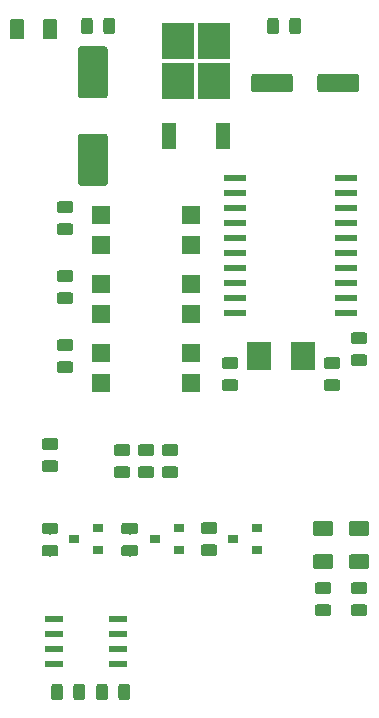
<source format=gbr>
G04 #@! TF.GenerationSoftware,KiCad,Pcbnew,5.1.4+dfsg1-1~bpo10+1*
G04 #@! TF.CreationDate,2019-10-25T23:34:54+10:00*
G04 #@! TF.ProjectId,interface,696e7465-7266-4616-9365-2e6b69636164,rev?*
G04 #@! TF.SameCoordinates,Original*
G04 #@! TF.FileFunction,Paste,Top*
G04 #@! TF.FilePolarity,Positive*
%FSLAX46Y46*%
G04 Gerber Fmt 4.6, Leading zero omitted, Abs format (unit mm)*
G04 Created by KiCad (PCBNEW 5.1.4+dfsg1-1~bpo10+1) date 2019-10-25 23:34:54*
%MOMM*%
%LPD*%
G04 APERTURE LIST*
%ADD10C,0.100000*%
%ADD11C,2.500000*%
%ADD12R,2.000000X2.400000*%
%ADD13C,0.975000*%
%ADD14R,1.600000X1.600000*%
%ADD15C,1.600000*%
%ADD16C,1.250000*%
%ADD17R,0.900000X0.800000*%
%ADD18R,1.550000X0.600000*%
%ADD19R,1.950000X0.600000*%
%ADD20R,1.200000X2.200000*%
%ADD21R,2.750000X3.050000*%
G04 APERTURE END LIST*
D10*
G36*
X110054504Y-64874204D02*
G01*
X110078773Y-64877804D01*
X110102571Y-64883765D01*
X110125671Y-64892030D01*
X110147849Y-64902520D01*
X110168893Y-64915133D01*
X110188598Y-64929747D01*
X110206777Y-64946223D01*
X110223253Y-64964402D01*
X110237867Y-64984107D01*
X110250480Y-65005151D01*
X110260970Y-65027329D01*
X110269235Y-65050429D01*
X110275196Y-65074227D01*
X110278796Y-65098496D01*
X110280000Y-65123000D01*
X110280000Y-69023000D01*
X110278796Y-69047504D01*
X110275196Y-69071773D01*
X110269235Y-69095571D01*
X110260970Y-69118671D01*
X110250480Y-69140849D01*
X110237867Y-69161893D01*
X110223253Y-69181598D01*
X110206777Y-69199777D01*
X110188598Y-69216253D01*
X110168893Y-69230867D01*
X110147849Y-69243480D01*
X110125671Y-69253970D01*
X110102571Y-69262235D01*
X110078773Y-69268196D01*
X110054504Y-69271796D01*
X110030000Y-69273000D01*
X108030000Y-69273000D01*
X108005496Y-69271796D01*
X107981227Y-69268196D01*
X107957429Y-69262235D01*
X107934329Y-69253970D01*
X107912151Y-69243480D01*
X107891107Y-69230867D01*
X107871402Y-69216253D01*
X107853223Y-69199777D01*
X107836747Y-69181598D01*
X107822133Y-69161893D01*
X107809520Y-69140849D01*
X107799030Y-69118671D01*
X107790765Y-69095571D01*
X107784804Y-69071773D01*
X107781204Y-69047504D01*
X107780000Y-69023000D01*
X107780000Y-65123000D01*
X107781204Y-65098496D01*
X107784804Y-65074227D01*
X107790765Y-65050429D01*
X107799030Y-65027329D01*
X107809520Y-65005151D01*
X107822133Y-64984107D01*
X107836747Y-64964402D01*
X107853223Y-64946223D01*
X107871402Y-64929747D01*
X107891107Y-64915133D01*
X107912151Y-64902520D01*
X107934329Y-64892030D01*
X107957429Y-64883765D01*
X107981227Y-64877804D01*
X108005496Y-64874204D01*
X108030000Y-64873000D01*
X110030000Y-64873000D01*
X110054504Y-64874204D01*
X110054504Y-64874204D01*
G37*
D11*
X109030000Y-67073000D03*
D10*
G36*
X110054504Y-57474204D02*
G01*
X110078773Y-57477804D01*
X110102571Y-57483765D01*
X110125671Y-57492030D01*
X110147849Y-57502520D01*
X110168893Y-57515133D01*
X110188598Y-57529747D01*
X110206777Y-57546223D01*
X110223253Y-57564402D01*
X110237867Y-57584107D01*
X110250480Y-57605151D01*
X110260970Y-57627329D01*
X110269235Y-57650429D01*
X110275196Y-57674227D01*
X110278796Y-57698496D01*
X110280000Y-57723000D01*
X110280000Y-61623000D01*
X110278796Y-61647504D01*
X110275196Y-61671773D01*
X110269235Y-61695571D01*
X110260970Y-61718671D01*
X110250480Y-61740849D01*
X110237867Y-61761893D01*
X110223253Y-61781598D01*
X110206777Y-61799777D01*
X110188598Y-61816253D01*
X110168893Y-61830867D01*
X110147849Y-61843480D01*
X110125671Y-61853970D01*
X110102571Y-61862235D01*
X110078773Y-61868196D01*
X110054504Y-61871796D01*
X110030000Y-61873000D01*
X108030000Y-61873000D01*
X108005496Y-61871796D01*
X107981227Y-61868196D01*
X107957429Y-61862235D01*
X107934329Y-61853970D01*
X107912151Y-61843480D01*
X107891107Y-61830867D01*
X107871402Y-61816253D01*
X107853223Y-61799777D01*
X107836747Y-61781598D01*
X107822133Y-61761893D01*
X107809520Y-61740849D01*
X107799030Y-61718671D01*
X107790765Y-61695571D01*
X107784804Y-61671773D01*
X107781204Y-61647504D01*
X107780000Y-61623000D01*
X107780000Y-57723000D01*
X107781204Y-57698496D01*
X107784804Y-57674227D01*
X107790765Y-57650429D01*
X107799030Y-57627329D01*
X107809520Y-57605151D01*
X107822133Y-57584107D01*
X107836747Y-57564402D01*
X107853223Y-57546223D01*
X107871402Y-57529747D01*
X107891107Y-57515133D01*
X107912151Y-57502520D01*
X107934329Y-57492030D01*
X107957429Y-57483765D01*
X107981227Y-57477804D01*
X108005496Y-57474204D01*
X108030000Y-57473000D01*
X110030000Y-57473000D01*
X110054504Y-57474204D01*
X110054504Y-57474204D01*
G37*
D11*
X109030000Y-59673000D03*
D12*
X123118000Y-83693000D03*
X126818000Y-83693000D03*
D10*
G36*
X114018142Y-93034174D02*
G01*
X114041803Y-93037684D01*
X114065007Y-93043496D01*
X114087529Y-93051554D01*
X114109153Y-93061782D01*
X114129670Y-93074079D01*
X114148883Y-93088329D01*
X114166607Y-93104393D01*
X114182671Y-93122117D01*
X114196921Y-93141330D01*
X114209218Y-93161847D01*
X114219446Y-93183471D01*
X114227504Y-93205993D01*
X114233316Y-93229197D01*
X114236826Y-93252858D01*
X114238000Y-93276750D01*
X114238000Y-93764250D01*
X114236826Y-93788142D01*
X114233316Y-93811803D01*
X114227504Y-93835007D01*
X114219446Y-93857529D01*
X114209218Y-93879153D01*
X114196921Y-93899670D01*
X114182671Y-93918883D01*
X114166607Y-93936607D01*
X114148883Y-93952671D01*
X114129670Y-93966921D01*
X114109153Y-93979218D01*
X114087529Y-93989446D01*
X114065007Y-93997504D01*
X114041803Y-94003316D01*
X114018142Y-94006826D01*
X113994250Y-94008000D01*
X113081750Y-94008000D01*
X113057858Y-94006826D01*
X113034197Y-94003316D01*
X113010993Y-93997504D01*
X112988471Y-93989446D01*
X112966847Y-93979218D01*
X112946330Y-93966921D01*
X112927117Y-93952671D01*
X112909393Y-93936607D01*
X112893329Y-93918883D01*
X112879079Y-93899670D01*
X112866782Y-93879153D01*
X112856554Y-93857529D01*
X112848496Y-93835007D01*
X112842684Y-93811803D01*
X112839174Y-93788142D01*
X112838000Y-93764250D01*
X112838000Y-93276750D01*
X112839174Y-93252858D01*
X112842684Y-93229197D01*
X112848496Y-93205993D01*
X112856554Y-93183471D01*
X112866782Y-93161847D01*
X112879079Y-93141330D01*
X112893329Y-93122117D01*
X112909393Y-93104393D01*
X112927117Y-93088329D01*
X112946330Y-93074079D01*
X112966847Y-93061782D01*
X112988471Y-93051554D01*
X113010993Y-93043496D01*
X113034197Y-93037684D01*
X113057858Y-93034174D01*
X113081750Y-93033000D01*
X113994250Y-93033000D01*
X114018142Y-93034174D01*
X114018142Y-93034174D01*
G37*
D13*
X113538000Y-93520500D03*
D10*
G36*
X114018142Y-91159174D02*
G01*
X114041803Y-91162684D01*
X114065007Y-91168496D01*
X114087529Y-91176554D01*
X114109153Y-91186782D01*
X114129670Y-91199079D01*
X114148883Y-91213329D01*
X114166607Y-91229393D01*
X114182671Y-91247117D01*
X114196921Y-91266330D01*
X114209218Y-91286847D01*
X114219446Y-91308471D01*
X114227504Y-91330993D01*
X114233316Y-91354197D01*
X114236826Y-91377858D01*
X114238000Y-91401750D01*
X114238000Y-91889250D01*
X114236826Y-91913142D01*
X114233316Y-91936803D01*
X114227504Y-91960007D01*
X114219446Y-91982529D01*
X114209218Y-92004153D01*
X114196921Y-92024670D01*
X114182671Y-92043883D01*
X114166607Y-92061607D01*
X114148883Y-92077671D01*
X114129670Y-92091921D01*
X114109153Y-92104218D01*
X114087529Y-92114446D01*
X114065007Y-92122504D01*
X114041803Y-92128316D01*
X114018142Y-92131826D01*
X113994250Y-92133000D01*
X113081750Y-92133000D01*
X113057858Y-92131826D01*
X113034197Y-92128316D01*
X113010993Y-92122504D01*
X112988471Y-92114446D01*
X112966847Y-92104218D01*
X112946330Y-92091921D01*
X112927117Y-92077671D01*
X112909393Y-92061607D01*
X112893329Y-92043883D01*
X112879079Y-92024670D01*
X112866782Y-92004153D01*
X112856554Y-91982529D01*
X112848496Y-91960007D01*
X112842684Y-91936803D01*
X112839174Y-91913142D01*
X112838000Y-91889250D01*
X112838000Y-91401750D01*
X112839174Y-91377858D01*
X112842684Y-91354197D01*
X112848496Y-91330993D01*
X112856554Y-91308471D01*
X112866782Y-91286847D01*
X112879079Y-91266330D01*
X112893329Y-91247117D01*
X112909393Y-91229393D01*
X112927117Y-91213329D01*
X112946330Y-91199079D01*
X112966847Y-91186782D01*
X112988471Y-91176554D01*
X113010993Y-91168496D01*
X113034197Y-91162684D01*
X113057858Y-91159174D01*
X113081750Y-91158000D01*
X113994250Y-91158000D01*
X114018142Y-91159174D01*
X114018142Y-91159174D01*
G37*
D13*
X113538000Y-91645500D03*
D10*
G36*
X111986142Y-93034174D02*
G01*
X112009803Y-93037684D01*
X112033007Y-93043496D01*
X112055529Y-93051554D01*
X112077153Y-93061782D01*
X112097670Y-93074079D01*
X112116883Y-93088329D01*
X112134607Y-93104393D01*
X112150671Y-93122117D01*
X112164921Y-93141330D01*
X112177218Y-93161847D01*
X112187446Y-93183471D01*
X112195504Y-93205993D01*
X112201316Y-93229197D01*
X112204826Y-93252858D01*
X112206000Y-93276750D01*
X112206000Y-93764250D01*
X112204826Y-93788142D01*
X112201316Y-93811803D01*
X112195504Y-93835007D01*
X112187446Y-93857529D01*
X112177218Y-93879153D01*
X112164921Y-93899670D01*
X112150671Y-93918883D01*
X112134607Y-93936607D01*
X112116883Y-93952671D01*
X112097670Y-93966921D01*
X112077153Y-93979218D01*
X112055529Y-93989446D01*
X112033007Y-93997504D01*
X112009803Y-94003316D01*
X111986142Y-94006826D01*
X111962250Y-94008000D01*
X111049750Y-94008000D01*
X111025858Y-94006826D01*
X111002197Y-94003316D01*
X110978993Y-93997504D01*
X110956471Y-93989446D01*
X110934847Y-93979218D01*
X110914330Y-93966921D01*
X110895117Y-93952671D01*
X110877393Y-93936607D01*
X110861329Y-93918883D01*
X110847079Y-93899670D01*
X110834782Y-93879153D01*
X110824554Y-93857529D01*
X110816496Y-93835007D01*
X110810684Y-93811803D01*
X110807174Y-93788142D01*
X110806000Y-93764250D01*
X110806000Y-93276750D01*
X110807174Y-93252858D01*
X110810684Y-93229197D01*
X110816496Y-93205993D01*
X110824554Y-93183471D01*
X110834782Y-93161847D01*
X110847079Y-93141330D01*
X110861329Y-93122117D01*
X110877393Y-93104393D01*
X110895117Y-93088329D01*
X110914330Y-93074079D01*
X110934847Y-93061782D01*
X110956471Y-93051554D01*
X110978993Y-93043496D01*
X111002197Y-93037684D01*
X111025858Y-93034174D01*
X111049750Y-93033000D01*
X111962250Y-93033000D01*
X111986142Y-93034174D01*
X111986142Y-93034174D01*
G37*
D13*
X111506000Y-93520500D03*
D10*
G36*
X111986142Y-91159174D02*
G01*
X112009803Y-91162684D01*
X112033007Y-91168496D01*
X112055529Y-91176554D01*
X112077153Y-91186782D01*
X112097670Y-91199079D01*
X112116883Y-91213329D01*
X112134607Y-91229393D01*
X112150671Y-91247117D01*
X112164921Y-91266330D01*
X112177218Y-91286847D01*
X112187446Y-91308471D01*
X112195504Y-91330993D01*
X112201316Y-91354197D01*
X112204826Y-91377858D01*
X112206000Y-91401750D01*
X112206000Y-91889250D01*
X112204826Y-91913142D01*
X112201316Y-91936803D01*
X112195504Y-91960007D01*
X112187446Y-91982529D01*
X112177218Y-92004153D01*
X112164921Y-92024670D01*
X112150671Y-92043883D01*
X112134607Y-92061607D01*
X112116883Y-92077671D01*
X112097670Y-92091921D01*
X112077153Y-92104218D01*
X112055529Y-92114446D01*
X112033007Y-92122504D01*
X112009803Y-92128316D01*
X111986142Y-92131826D01*
X111962250Y-92133000D01*
X111049750Y-92133000D01*
X111025858Y-92131826D01*
X111002197Y-92128316D01*
X110978993Y-92122504D01*
X110956471Y-92114446D01*
X110934847Y-92104218D01*
X110914330Y-92091921D01*
X110895117Y-92077671D01*
X110877393Y-92061607D01*
X110861329Y-92043883D01*
X110847079Y-92024670D01*
X110834782Y-92004153D01*
X110824554Y-91982529D01*
X110816496Y-91960007D01*
X110810684Y-91936803D01*
X110807174Y-91913142D01*
X110806000Y-91889250D01*
X110806000Y-91401750D01*
X110807174Y-91377858D01*
X110810684Y-91354197D01*
X110816496Y-91330993D01*
X110824554Y-91308471D01*
X110834782Y-91286847D01*
X110847079Y-91266330D01*
X110861329Y-91247117D01*
X110877393Y-91229393D01*
X110895117Y-91213329D01*
X110914330Y-91199079D01*
X110934847Y-91186782D01*
X110956471Y-91176554D01*
X110978993Y-91168496D01*
X111002197Y-91162684D01*
X111025858Y-91159174D01*
X111049750Y-91158000D01*
X111962250Y-91158000D01*
X111986142Y-91159174D01*
X111986142Y-91159174D01*
G37*
D13*
X111506000Y-91645500D03*
D10*
G36*
X116050142Y-93034174D02*
G01*
X116073803Y-93037684D01*
X116097007Y-93043496D01*
X116119529Y-93051554D01*
X116141153Y-93061782D01*
X116161670Y-93074079D01*
X116180883Y-93088329D01*
X116198607Y-93104393D01*
X116214671Y-93122117D01*
X116228921Y-93141330D01*
X116241218Y-93161847D01*
X116251446Y-93183471D01*
X116259504Y-93205993D01*
X116265316Y-93229197D01*
X116268826Y-93252858D01*
X116270000Y-93276750D01*
X116270000Y-93764250D01*
X116268826Y-93788142D01*
X116265316Y-93811803D01*
X116259504Y-93835007D01*
X116251446Y-93857529D01*
X116241218Y-93879153D01*
X116228921Y-93899670D01*
X116214671Y-93918883D01*
X116198607Y-93936607D01*
X116180883Y-93952671D01*
X116161670Y-93966921D01*
X116141153Y-93979218D01*
X116119529Y-93989446D01*
X116097007Y-93997504D01*
X116073803Y-94003316D01*
X116050142Y-94006826D01*
X116026250Y-94008000D01*
X115113750Y-94008000D01*
X115089858Y-94006826D01*
X115066197Y-94003316D01*
X115042993Y-93997504D01*
X115020471Y-93989446D01*
X114998847Y-93979218D01*
X114978330Y-93966921D01*
X114959117Y-93952671D01*
X114941393Y-93936607D01*
X114925329Y-93918883D01*
X114911079Y-93899670D01*
X114898782Y-93879153D01*
X114888554Y-93857529D01*
X114880496Y-93835007D01*
X114874684Y-93811803D01*
X114871174Y-93788142D01*
X114870000Y-93764250D01*
X114870000Y-93276750D01*
X114871174Y-93252858D01*
X114874684Y-93229197D01*
X114880496Y-93205993D01*
X114888554Y-93183471D01*
X114898782Y-93161847D01*
X114911079Y-93141330D01*
X114925329Y-93122117D01*
X114941393Y-93104393D01*
X114959117Y-93088329D01*
X114978330Y-93074079D01*
X114998847Y-93061782D01*
X115020471Y-93051554D01*
X115042993Y-93043496D01*
X115066197Y-93037684D01*
X115089858Y-93034174D01*
X115113750Y-93033000D01*
X116026250Y-93033000D01*
X116050142Y-93034174D01*
X116050142Y-93034174D01*
G37*
D13*
X115570000Y-93520500D03*
D10*
G36*
X116050142Y-91159174D02*
G01*
X116073803Y-91162684D01*
X116097007Y-91168496D01*
X116119529Y-91176554D01*
X116141153Y-91186782D01*
X116161670Y-91199079D01*
X116180883Y-91213329D01*
X116198607Y-91229393D01*
X116214671Y-91247117D01*
X116228921Y-91266330D01*
X116241218Y-91286847D01*
X116251446Y-91308471D01*
X116259504Y-91330993D01*
X116265316Y-91354197D01*
X116268826Y-91377858D01*
X116270000Y-91401750D01*
X116270000Y-91889250D01*
X116268826Y-91913142D01*
X116265316Y-91936803D01*
X116259504Y-91960007D01*
X116251446Y-91982529D01*
X116241218Y-92004153D01*
X116228921Y-92024670D01*
X116214671Y-92043883D01*
X116198607Y-92061607D01*
X116180883Y-92077671D01*
X116161670Y-92091921D01*
X116141153Y-92104218D01*
X116119529Y-92114446D01*
X116097007Y-92122504D01*
X116073803Y-92128316D01*
X116050142Y-92131826D01*
X116026250Y-92133000D01*
X115113750Y-92133000D01*
X115089858Y-92131826D01*
X115066197Y-92128316D01*
X115042993Y-92122504D01*
X115020471Y-92114446D01*
X114998847Y-92104218D01*
X114978330Y-92091921D01*
X114959117Y-92077671D01*
X114941393Y-92061607D01*
X114925329Y-92043883D01*
X114911079Y-92024670D01*
X114898782Y-92004153D01*
X114888554Y-91982529D01*
X114880496Y-91960007D01*
X114874684Y-91936803D01*
X114871174Y-91913142D01*
X114870000Y-91889250D01*
X114870000Y-91401750D01*
X114871174Y-91377858D01*
X114874684Y-91354197D01*
X114880496Y-91330993D01*
X114888554Y-91308471D01*
X114898782Y-91286847D01*
X114911079Y-91266330D01*
X114925329Y-91247117D01*
X114941393Y-91229393D01*
X114959117Y-91213329D01*
X114978330Y-91199079D01*
X114998847Y-91186782D01*
X115020471Y-91176554D01*
X115042993Y-91168496D01*
X115066197Y-91162684D01*
X115089858Y-91159174D01*
X115113750Y-91158000D01*
X116026250Y-91158000D01*
X116050142Y-91159174D01*
X116050142Y-91159174D01*
G37*
D13*
X115570000Y-91645500D03*
D14*
X117348000Y-83439000D03*
X109728000Y-85979000D03*
X117348000Y-85979000D03*
X109728000Y-83439000D03*
X117348000Y-77597000D03*
X109728000Y-80137000D03*
X117348000Y-80137000D03*
X109728000Y-77597000D03*
X117348000Y-71755000D03*
X109728000Y-74295000D03*
X117348000Y-74295000D03*
X109728000Y-71755000D03*
D10*
G36*
X125724504Y-59780204D02*
G01*
X125748773Y-59783804D01*
X125772571Y-59789765D01*
X125795671Y-59798030D01*
X125817849Y-59808520D01*
X125838893Y-59821133D01*
X125858598Y-59835747D01*
X125876777Y-59852223D01*
X125893253Y-59870402D01*
X125907867Y-59890107D01*
X125920480Y-59911151D01*
X125930970Y-59933329D01*
X125939235Y-59956429D01*
X125945196Y-59980227D01*
X125948796Y-60004496D01*
X125950000Y-60029000D01*
X125950000Y-61129000D01*
X125948796Y-61153504D01*
X125945196Y-61177773D01*
X125939235Y-61201571D01*
X125930970Y-61224671D01*
X125920480Y-61246849D01*
X125907867Y-61267893D01*
X125893253Y-61287598D01*
X125876777Y-61305777D01*
X125858598Y-61322253D01*
X125838893Y-61336867D01*
X125817849Y-61349480D01*
X125795671Y-61359970D01*
X125772571Y-61368235D01*
X125748773Y-61374196D01*
X125724504Y-61377796D01*
X125700000Y-61379000D01*
X122700000Y-61379000D01*
X122675496Y-61377796D01*
X122651227Y-61374196D01*
X122627429Y-61368235D01*
X122604329Y-61359970D01*
X122582151Y-61349480D01*
X122561107Y-61336867D01*
X122541402Y-61322253D01*
X122523223Y-61305777D01*
X122506747Y-61287598D01*
X122492133Y-61267893D01*
X122479520Y-61246849D01*
X122469030Y-61224671D01*
X122460765Y-61201571D01*
X122454804Y-61177773D01*
X122451204Y-61153504D01*
X122450000Y-61129000D01*
X122450000Y-60029000D01*
X122451204Y-60004496D01*
X122454804Y-59980227D01*
X122460765Y-59956429D01*
X122469030Y-59933329D01*
X122479520Y-59911151D01*
X122492133Y-59890107D01*
X122506747Y-59870402D01*
X122523223Y-59852223D01*
X122541402Y-59835747D01*
X122561107Y-59821133D01*
X122582151Y-59808520D01*
X122604329Y-59798030D01*
X122627429Y-59789765D01*
X122651227Y-59783804D01*
X122675496Y-59780204D01*
X122700000Y-59779000D01*
X125700000Y-59779000D01*
X125724504Y-59780204D01*
X125724504Y-59780204D01*
G37*
D15*
X124200000Y-60579000D03*
D10*
G36*
X131324504Y-59780204D02*
G01*
X131348773Y-59783804D01*
X131372571Y-59789765D01*
X131395671Y-59798030D01*
X131417849Y-59808520D01*
X131438893Y-59821133D01*
X131458598Y-59835747D01*
X131476777Y-59852223D01*
X131493253Y-59870402D01*
X131507867Y-59890107D01*
X131520480Y-59911151D01*
X131530970Y-59933329D01*
X131539235Y-59956429D01*
X131545196Y-59980227D01*
X131548796Y-60004496D01*
X131550000Y-60029000D01*
X131550000Y-61129000D01*
X131548796Y-61153504D01*
X131545196Y-61177773D01*
X131539235Y-61201571D01*
X131530970Y-61224671D01*
X131520480Y-61246849D01*
X131507867Y-61267893D01*
X131493253Y-61287598D01*
X131476777Y-61305777D01*
X131458598Y-61322253D01*
X131438893Y-61336867D01*
X131417849Y-61349480D01*
X131395671Y-61359970D01*
X131372571Y-61368235D01*
X131348773Y-61374196D01*
X131324504Y-61377796D01*
X131300000Y-61379000D01*
X128300000Y-61379000D01*
X128275496Y-61377796D01*
X128251227Y-61374196D01*
X128227429Y-61368235D01*
X128204329Y-61359970D01*
X128182151Y-61349480D01*
X128161107Y-61336867D01*
X128141402Y-61322253D01*
X128123223Y-61305777D01*
X128106747Y-61287598D01*
X128092133Y-61267893D01*
X128079520Y-61246849D01*
X128069030Y-61224671D01*
X128060765Y-61201571D01*
X128054804Y-61177773D01*
X128051204Y-61153504D01*
X128050000Y-61129000D01*
X128050000Y-60029000D01*
X128051204Y-60004496D01*
X128054804Y-59980227D01*
X128060765Y-59956429D01*
X128069030Y-59933329D01*
X128079520Y-59911151D01*
X128092133Y-59890107D01*
X128106747Y-59870402D01*
X128123223Y-59852223D01*
X128141402Y-59835747D01*
X128161107Y-59821133D01*
X128182151Y-59808520D01*
X128204329Y-59798030D01*
X128227429Y-59789765D01*
X128251227Y-59783804D01*
X128275496Y-59780204D01*
X128300000Y-59779000D01*
X131300000Y-59779000D01*
X131324504Y-59780204D01*
X131324504Y-59780204D01*
G37*
D15*
X129800000Y-60579000D03*
D10*
G36*
X132221504Y-97671204D02*
G01*
X132245773Y-97674804D01*
X132269571Y-97680765D01*
X132292671Y-97689030D01*
X132314849Y-97699520D01*
X132335893Y-97712133D01*
X132355598Y-97726747D01*
X132373777Y-97743223D01*
X132390253Y-97761402D01*
X132404867Y-97781107D01*
X132417480Y-97802151D01*
X132427970Y-97824329D01*
X132436235Y-97847429D01*
X132442196Y-97871227D01*
X132445796Y-97895496D01*
X132447000Y-97920000D01*
X132447000Y-98670000D01*
X132445796Y-98694504D01*
X132442196Y-98718773D01*
X132436235Y-98742571D01*
X132427970Y-98765671D01*
X132417480Y-98787849D01*
X132404867Y-98808893D01*
X132390253Y-98828598D01*
X132373777Y-98846777D01*
X132355598Y-98863253D01*
X132335893Y-98877867D01*
X132314849Y-98890480D01*
X132292671Y-98900970D01*
X132269571Y-98909235D01*
X132245773Y-98915196D01*
X132221504Y-98918796D01*
X132197000Y-98920000D01*
X130947000Y-98920000D01*
X130922496Y-98918796D01*
X130898227Y-98915196D01*
X130874429Y-98909235D01*
X130851329Y-98900970D01*
X130829151Y-98890480D01*
X130808107Y-98877867D01*
X130788402Y-98863253D01*
X130770223Y-98846777D01*
X130753747Y-98828598D01*
X130739133Y-98808893D01*
X130726520Y-98787849D01*
X130716030Y-98765671D01*
X130707765Y-98742571D01*
X130701804Y-98718773D01*
X130698204Y-98694504D01*
X130697000Y-98670000D01*
X130697000Y-97920000D01*
X130698204Y-97895496D01*
X130701804Y-97871227D01*
X130707765Y-97847429D01*
X130716030Y-97824329D01*
X130726520Y-97802151D01*
X130739133Y-97781107D01*
X130753747Y-97761402D01*
X130770223Y-97743223D01*
X130788402Y-97726747D01*
X130808107Y-97712133D01*
X130829151Y-97699520D01*
X130851329Y-97689030D01*
X130874429Y-97680765D01*
X130898227Y-97674804D01*
X130922496Y-97671204D01*
X130947000Y-97670000D01*
X132197000Y-97670000D01*
X132221504Y-97671204D01*
X132221504Y-97671204D01*
G37*
D16*
X131572000Y-98295000D03*
D10*
G36*
X132221504Y-100471204D02*
G01*
X132245773Y-100474804D01*
X132269571Y-100480765D01*
X132292671Y-100489030D01*
X132314849Y-100499520D01*
X132335893Y-100512133D01*
X132355598Y-100526747D01*
X132373777Y-100543223D01*
X132390253Y-100561402D01*
X132404867Y-100581107D01*
X132417480Y-100602151D01*
X132427970Y-100624329D01*
X132436235Y-100647429D01*
X132442196Y-100671227D01*
X132445796Y-100695496D01*
X132447000Y-100720000D01*
X132447000Y-101470000D01*
X132445796Y-101494504D01*
X132442196Y-101518773D01*
X132436235Y-101542571D01*
X132427970Y-101565671D01*
X132417480Y-101587849D01*
X132404867Y-101608893D01*
X132390253Y-101628598D01*
X132373777Y-101646777D01*
X132355598Y-101663253D01*
X132335893Y-101677867D01*
X132314849Y-101690480D01*
X132292671Y-101700970D01*
X132269571Y-101709235D01*
X132245773Y-101715196D01*
X132221504Y-101718796D01*
X132197000Y-101720000D01*
X130947000Y-101720000D01*
X130922496Y-101718796D01*
X130898227Y-101715196D01*
X130874429Y-101709235D01*
X130851329Y-101700970D01*
X130829151Y-101690480D01*
X130808107Y-101677867D01*
X130788402Y-101663253D01*
X130770223Y-101646777D01*
X130753747Y-101628598D01*
X130739133Y-101608893D01*
X130726520Y-101587849D01*
X130716030Y-101565671D01*
X130707765Y-101542571D01*
X130701804Y-101518773D01*
X130698204Y-101494504D01*
X130697000Y-101470000D01*
X130697000Y-100720000D01*
X130698204Y-100695496D01*
X130701804Y-100671227D01*
X130707765Y-100647429D01*
X130716030Y-100624329D01*
X130726520Y-100602151D01*
X130739133Y-100581107D01*
X130753747Y-100561402D01*
X130770223Y-100543223D01*
X130788402Y-100526747D01*
X130808107Y-100512133D01*
X130829151Y-100499520D01*
X130851329Y-100489030D01*
X130874429Y-100480765D01*
X130898227Y-100474804D01*
X130922496Y-100471204D01*
X130947000Y-100470000D01*
X132197000Y-100470000D01*
X132221504Y-100471204D01*
X132221504Y-100471204D01*
G37*
D16*
X131572000Y-101095000D03*
D10*
G36*
X129173504Y-97671204D02*
G01*
X129197773Y-97674804D01*
X129221571Y-97680765D01*
X129244671Y-97689030D01*
X129266849Y-97699520D01*
X129287893Y-97712133D01*
X129307598Y-97726747D01*
X129325777Y-97743223D01*
X129342253Y-97761402D01*
X129356867Y-97781107D01*
X129369480Y-97802151D01*
X129379970Y-97824329D01*
X129388235Y-97847429D01*
X129394196Y-97871227D01*
X129397796Y-97895496D01*
X129399000Y-97920000D01*
X129399000Y-98670000D01*
X129397796Y-98694504D01*
X129394196Y-98718773D01*
X129388235Y-98742571D01*
X129379970Y-98765671D01*
X129369480Y-98787849D01*
X129356867Y-98808893D01*
X129342253Y-98828598D01*
X129325777Y-98846777D01*
X129307598Y-98863253D01*
X129287893Y-98877867D01*
X129266849Y-98890480D01*
X129244671Y-98900970D01*
X129221571Y-98909235D01*
X129197773Y-98915196D01*
X129173504Y-98918796D01*
X129149000Y-98920000D01*
X127899000Y-98920000D01*
X127874496Y-98918796D01*
X127850227Y-98915196D01*
X127826429Y-98909235D01*
X127803329Y-98900970D01*
X127781151Y-98890480D01*
X127760107Y-98877867D01*
X127740402Y-98863253D01*
X127722223Y-98846777D01*
X127705747Y-98828598D01*
X127691133Y-98808893D01*
X127678520Y-98787849D01*
X127668030Y-98765671D01*
X127659765Y-98742571D01*
X127653804Y-98718773D01*
X127650204Y-98694504D01*
X127649000Y-98670000D01*
X127649000Y-97920000D01*
X127650204Y-97895496D01*
X127653804Y-97871227D01*
X127659765Y-97847429D01*
X127668030Y-97824329D01*
X127678520Y-97802151D01*
X127691133Y-97781107D01*
X127705747Y-97761402D01*
X127722223Y-97743223D01*
X127740402Y-97726747D01*
X127760107Y-97712133D01*
X127781151Y-97699520D01*
X127803329Y-97689030D01*
X127826429Y-97680765D01*
X127850227Y-97674804D01*
X127874496Y-97671204D01*
X127899000Y-97670000D01*
X129149000Y-97670000D01*
X129173504Y-97671204D01*
X129173504Y-97671204D01*
G37*
D16*
X128524000Y-98295000D03*
D10*
G36*
X129173504Y-100471204D02*
G01*
X129197773Y-100474804D01*
X129221571Y-100480765D01*
X129244671Y-100489030D01*
X129266849Y-100499520D01*
X129287893Y-100512133D01*
X129307598Y-100526747D01*
X129325777Y-100543223D01*
X129342253Y-100561402D01*
X129356867Y-100581107D01*
X129369480Y-100602151D01*
X129379970Y-100624329D01*
X129388235Y-100647429D01*
X129394196Y-100671227D01*
X129397796Y-100695496D01*
X129399000Y-100720000D01*
X129399000Y-101470000D01*
X129397796Y-101494504D01*
X129394196Y-101518773D01*
X129388235Y-101542571D01*
X129379970Y-101565671D01*
X129369480Y-101587849D01*
X129356867Y-101608893D01*
X129342253Y-101628598D01*
X129325777Y-101646777D01*
X129307598Y-101663253D01*
X129287893Y-101677867D01*
X129266849Y-101690480D01*
X129244671Y-101700970D01*
X129221571Y-101709235D01*
X129197773Y-101715196D01*
X129173504Y-101718796D01*
X129149000Y-101720000D01*
X127899000Y-101720000D01*
X127874496Y-101718796D01*
X127850227Y-101715196D01*
X127826429Y-101709235D01*
X127803329Y-101700970D01*
X127781151Y-101690480D01*
X127760107Y-101677867D01*
X127740402Y-101663253D01*
X127722223Y-101646777D01*
X127705747Y-101628598D01*
X127691133Y-101608893D01*
X127678520Y-101587849D01*
X127668030Y-101565671D01*
X127659765Y-101542571D01*
X127653804Y-101518773D01*
X127650204Y-101494504D01*
X127649000Y-101470000D01*
X127649000Y-100720000D01*
X127650204Y-100695496D01*
X127653804Y-100671227D01*
X127659765Y-100647429D01*
X127668030Y-100624329D01*
X127678520Y-100602151D01*
X127691133Y-100581107D01*
X127705747Y-100561402D01*
X127722223Y-100543223D01*
X127740402Y-100526747D01*
X127760107Y-100512133D01*
X127781151Y-100499520D01*
X127803329Y-100489030D01*
X127826429Y-100480765D01*
X127850227Y-100474804D01*
X127874496Y-100471204D01*
X127899000Y-100470000D01*
X129149000Y-100470000D01*
X129173504Y-100471204D01*
X129173504Y-100471204D01*
G37*
D16*
X128524000Y-101095000D03*
D17*
X107458000Y-99187000D03*
X109458000Y-98237000D03*
X109458000Y-100137000D03*
X114316000Y-99184000D03*
X116316000Y-98234000D03*
X116316000Y-100134000D03*
X120920000Y-99187000D03*
X122920000Y-98237000D03*
X122920000Y-100137000D03*
D10*
G36*
X105890142Y-92526174D02*
G01*
X105913803Y-92529684D01*
X105937007Y-92535496D01*
X105959529Y-92543554D01*
X105981153Y-92553782D01*
X106001670Y-92566079D01*
X106020883Y-92580329D01*
X106038607Y-92596393D01*
X106054671Y-92614117D01*
X106068921Y-92633330D01*
X106081218Y-92653847D01*
X106091446Y-92675471D01*
X106099504Y-92697993D01*
X106105316Y-92721197D01*
X106108826Y-92744858D01*
X106110000Y-92768750D01*
X106110000Y-93256250D01*
X106108826Y-93280142D01*
X106105316Y-93303803D01*
X106099504Y-93327007D01*
X106091446Y-93349529D01*
X106081218Y-93371153D01*
X106068921Y-93391670D01*
X106054671Y-93410883D01*
X106038607Y-93428607D01*
X106020883Y-93444671D01*
X106001670Y-93458921D01*
X105981153Y-93471218D01*
X105959529Y-93481446D01*
X105937007Y-93489504D01*
X105913803Y-93495316D01*
X105890142Y-93498826D01*
X105866250Y-93500000D01*
X104953750Y-93500000D01*
X104929858Y-93498826D01*
X104906197Y-93495316D01*
X104882993Y-93489504D01*
X104860471Y-93481446D01*
X104838847Y-93471218D01*
X104818330Y-93458921D01*
X104799117Y-93444671D01*
X104781393Y-93428607D01*
X104765329Y-93410883D01*
X104751079Y-93391670D01*
X104738782Y-93371153D01*
X104728554Y-93349529D01*
X104720496Y-93327007D01*
X104714684Y-93303803D01*
X104711174Y-93280142D01*
X104710000Y-93256250D01*
X104710000Y-92768750D01*
X104711174Y-92744858D01*
X104714684Y-92721197D01*
X104720496Y-92697993D01*
X104728554Y-92675471D01*
X104738782Y-92653847D01*
X104751079Y-92633330D01*
X104765329Y-92614117D01*
X104781393Y-92596393D01*
X104799117Y-92580329D01*
X104818330Y-92566079D01*
X104838847Y-92553782D01*
X104860471Y-92543554D01*
X104882993Y-92535496D01*
X104906197Y-92529684D01*
X104929858Y-92526174D01*
X104953750Y-92525000D01*
X105866250Y-92525000D01*
X105890142Y-92526174D01*
X105890142Y-92526174D01*
G37*
D13*
X105410000Y-93012500D03*
D10*
G36*
X105890142Y-90651174D02*
G01*
X105913803Y-90654684D01*
X105937007Y-90660496D01*
X105959529Y-90668554D01*
X105981153Y-90678782D01*
X106001670Y-90691079D01*
X106020883Y-90705329D01*
X106038607Y-90721393D01*
X106054671Y-90739117D01*
X106068921Y-90758330D01*
X106081218Y-90778847D01*
X106091446Y-90800471D01*
X106099504Y-90822993D01*
X106105316Y-90846197D01*
X106108826Y-90869858D01*
X106110000Y-90893750D01*
X106110000Y-91381250D01*
X106108826Y-91405142D01*
X106105316Y-91428803D01*
X106099504Y-91452007D01*
X106091446Y-91474529D01*
X106081218Y-91496153D01*
X106068921Y-91516670D01*
X106054671Y-91535883D01*
X106038607Y-91553607D01*
X106020883Y-91569671D01*
X106001670Y-91583921D01*
X105981153Y-91596218D01*
X105959529Y-91606446D01*
X105937007Y-91614504D01*
X105913803Y-91620316D01*
X105890142Y-91623826D01*
X105866250Y-91625000D01*
X104953750Y-91625000D01*
X104929858Y-91623826D01*
X104906197Y-91620316D01*
X104882993Y-91614504D01*
X104860471Y-91606446D01*
X104838847Y-91596218D01*
X104818330Y-91583921D01*
X104799117Y-91569671D01*
X104781393Y-91553607D01*
X104765329Y-91535883D01*
X104751079Y-91516670D01*
X104738782Y-91496153D01*
X104728554Y-91474529D01*
X104720496Y-91452007D01*
X104714684Y-91428803D01*
X104711174Y-91405142D01*
X104710000Y-91381250D01*
X104710000Y-90893750D01*
X104711174Y-90869858D01*
X104714684Y-90846197D01*
X104720496Y-90822993D01*
X104728554Y-90800471D01*
X104738782Y-90778847D01*
X104751079Y-90758330D01*
X104765329Y-90739117D01*
X104781393Y-90721393D01*
X104799117Y-90705329D01*
X104818330Y-90691079D01*
X104838847Y-90678782D01*
X104860471Y-90668554D01*
X104882993Y-90660496D01*
X104906197Y-90654684D01*
X104929858Y-90651174D01*
X104953750Y-90650000D01*
X105866250Y-90650000D01*
X105890142Y-90651174D01*
X105890142Y-90651174D01*
G37*
D13*
X105410000Y-91137500D03*
D10*
G36*
X126427142Y-55054174D02*
G01*
X126450803Y-55057684D01*
X126474007Y-55063496D01*
X126496529Y-55071554D01*
X126518153Y-55081782D01*
X126538670Y-55094079D01*
X126557883Y-55108329D01*
X126575607Y-55124393D01*
X126591671Y-55142117D01*
X126605921Y-55161330D01*
X126618218Y-55181847D01*
X126628446Y-55203471D01*
X126636504Y-55225993D01*
X126642316Y-55249197D01*
X126645826Y-55272858D01*
X126647000Y-55296750D01*
X126647000Y-56209250D01*
X126645826Y-56233142D01*
X126642316Y-56256803D01*
X126636504Y-56280007D01*
X126628446Y-56302529D01*
X126618218Y-56324153D01*
X126605921Y-56344670D01*
X126591671Y-56363883D01*
X126575607Y-56381607D01*
X126557883Y-56397671D01*
X126538670Y-56411921D01*
X126518153Y-56424218D01*
X126496529Y-56434446D01*
X126474007Y-56442504D01*
X126450803Y-56448316D01*
X126427142Y-56451826D01*
X126403250Y-56453000D01*
X125915750Y-56453000D01*
X125891858Y-56451826D01*
X125868197Y-56448316D01*
X125844993Y-56442504D01*
X125822471Y-56434446D01*
X125800847Y-56424218D01*
X125780330Y-56411921D01*
X125761117Y-56397671D01*
X125743393Y-56381607D01*
X125727329Y-56363883D01*
X125713079Y-56344670D01*
X125700782Y-56324153D01*
X125690554Y-56302529D01*
X125682496Y-56280007D01*
X125676684Y-56256803D01*
X125673174Y-56233142D01*
X125672000Y-56209250D01*
X125672000Y-55296750D01*
X125673174Y-55272858D01*
X125676684Y-55249197D01*
X125682496Y-55225993D01*
X125690554Y-55203471D01*
X125700782Y-55181847D01*
X125713079Y-55161330D01*
X125727329Y-55142117D01*
X125743393Y-55124393D01*
X125761117Y-55108329D01*
X125780330Y-55094079D01*
X125800847Y-55081782D01*
X125822471Y-55071554D01*
X125844993Y-55063496D01*
X125868197Y-55057684D01*
X125891858Y-55054174D01*
X125915750Y-55053000D01*
X126403250Y-55053000D01*
X126427142Y-55054174D01*
X126427142Y-55054174D01*
G37*
D13*
X126159500Y-55753000D03*
D10*
G36*
X124552142Y-55054174D02*
G01*
X124575803Y-55057684D01*
X124599007Y-55063496D01*
X124621529Y-55071554D01*
X124643153Y-55081782D01*
X124663670Y-55094079D01*
X124682883Y-55108329D01*
X124700607Y-55124393D01*
X124716671Y-55142117D01*
X124730921Y-55161330D01*
X124743218Y-55181847D01*
X124753446Y-55203471D01*
X124761504Y-55225993D01*
X124767316Y-55249197D01*
X124770826Y-55272858D01*
X124772000Y-55296750D01*
X124772000Y-56209250D01*
X124770826Y-56233142D01*
X124767316Y-56256803D01*
X124761504Y-56280007D01*
X124753446Y-56302529D01*
X124743218Y-56324153D01*
X124730921Y-56344670D01*
X124716671Y-56363883D01*
X124700607Y-56381607D01*
X124682883Y-56397671D01*
X124663670Y-56411921D01*
X124643153Y-56424218D01*
X124621529Y-56434446D01*
X124599007Y-56442504D01*
X124575803Y-56448316D01*
X124552142Y-56451826D01*
X124528250Y-56453000D01*
X124040750Y-56453000D01*
X124016858Y-56451826D01*
X123993197Y-56448316D01*
X123969993Y-56442504D01*
X123947471Y-56434446D01*
X123925847Y-56424218D01*
X123905330Y-56411921D01*
X123886117Y-56397671D01*
X123868393Y-56381607D01*
X123852329Y-56363883D01*
X123838079Y-56344670D01*
X123825782Y-56324153D01*
X123815554Y-56302529D01*
X123807496Y-56280007D01*
X123801684Y-56256803D01*
X123798174Y-56233142D01*
X123797000Y-56209250D01*
X123797000Y-55296750D01*
X123798174Y-55272858D01*
X123801684Y-55249197D01*
X123807496Y-55225993D01*
X123815554Y-55203471D01*
X123825782Y-55181847D01*
X123838079Y-55161330D01*
X123852329Y-55142117D01*
X123868393Y-55124393D01*
X123886117Y-55108329D01*
X123905330Y-55094079D01*
X123925847Y-55081782D01*
X123947471Y-55071554D01*
X123969993Y-55063496D01*
X123993197Y-55057684D01*
X124016858Y-55054174D01*
X124040750Y-55053000D01*
X124528250Y-55053000D01*
X124552142Y-55054174D01*
X124552142Y-55054174D01*
G37*
D13*
X124284500Y-55753000D03*
D10*
G36*
X105809504Y-55133204D02*
G01*
X105833773Y-55136804D01*
X105857571Y-55142765D01*
X105880671Y-55151030D01*
X105902849Y-55161520D01*
X105923893Y-55174133D01*
X105943598Y-55188747D01*
X105961777Y-55205223D01*
X105978253Y-55223402D01*
X105992867Y-55243107D01*
X106005480Y-55264151D01*
X106015970Y-55286329D01*
X106024235Y-55309429D01*
X106030196Y-55333227D01*
X106033796Y-55357496D01*
X106035000Y-55382000D01*
X106035000Y-56632000D01*
X106033796Y-56656504D01*
X106030196Y-56680773D01*
X106024235Y-56704571D01*
X106015970Y-56727671D01*
X106005480Y-56749849D01*
X105992867Y-56770893D01*
X105978253Y-56790598D01*
X105961777Y-56808777D01*
X105943598Y-56825253D01*
X105923893Y-56839867D01*
X105902849Y-56852480D01*
X105880671Y-56862970D01*
X105857571Y-56871235D01*
X105833773Y-56877196D01*
X105809504Y-56880796D01*
X105785000Y-56882000D01*
X105035000Y-56882000D01*
X105010496Y-56880796D01*
X104986227Y-56877196D01*
X104962429Y-56871235D01*
X104939329Y-56862970D01*
X104917151Y-56852480D01*
X104896107Y-56839867D01*
X104876402Y-56825253D01*
X104858223Y-56808777D01*
X104841747Y-56790598D01*
X104827133Y-56770893D01*
X104814520Y-56749849D01*
X104804030Y-56727671D01*
X104795765Y-56704571D01*
X104789804Y-56680773D01*
X104786204Y-56656504D01*
X104785000Y-56632000D01*
X104785000Y-55382000D01*
X104786204Y-55357496D01*
X104789804Y-55333227D01*
X104795765Y-55309429D01*
X104804030Y-55286329D01*
X104814520Y-55264151D01*
X104827133Y-55243107D01*
X104841747Y-55223402D01*
X104858223Y-55205223D01*
X104876402Y-55188747D01*
X104896107Y-55174133D01*
X104917151Y-55161520D01*
X104939329Y-55151030D01*
X104962429Y-55142765D01*
X104986227Y-55136804D01*
X105010496Y-55133204D01*
X105035000Y-55132000D01*
X105785000Y-55132000D01*
X105809504Y-55133204D01*
X105809504Y-55133204D01*
G37*
D16*
X105410000Y-56007000D03*
D10*
G36*
X103009504Y-55133204D02*
G01*
X103033773Y-55136804D01*
X103057571Y-55142765D01*
X103080671Y-55151030D01*
X103102849Y-55161520D01*
X103123893Y-55174133D01*
X103143598Y-55188747D01*
X103161777Y-55205223D01*
X103178253Y-55223402D01*
X103192867Y-55243107D01*
X103205480Y-55264151D01*
X103215970Y-55286329D01*
X103224235Y-55309429D01*
X103230196Y-55333227D01*
X103233796Y-55357496D01*
X103235000Y-55382000D01*
X103235000Y-56632000D01*
X103233796Y-56656504D01*
X103230196Y-56680773D01*
X103224235Y-56704571D01*
X103215970Y-56727671D01*
X103205480Y-56749849D01*
X103192867Y-56770893D01*
X103178253Y-56790598D01*
X103161777Y-56808777D01*
X103143598Y-56825253D01*
X103123893Y-56839867D01*
X103102849Y-56852480D01*
X103080671Y-56862970D01*
X103057571Y-56871235D01*
X103033773Y-56877196D01*
X103009504Y-56880796D01*
X102985000Y-56882000D01*
X102235000Y-56882000D01*
X102210496Y-56880796D01*
X102186227Y-56877196D01*
X102162429Y-56871235D01*
X102139329Y-56862970D01*
X102117151Y-56852480D01*
X102096107Y-56839867D01*
X102076402Y-56825253D01*
X102058223Y-56808777D01*
X102041747Y-56790598D01*
X102027133Y-56770893D01*
X102014520Y-56749849D01*
X102004030Y-56727671D01*
X101995765Y-56704571D01*
X101989804Y-56680773D01*
X101986204Y-56656504D01*
X101985000Y-56632000D01*
X101985000Y-55382000D01*
X101986204Y-55357496D01*
X101989804Y-55333227D01*
X101995765Y-55309429D01*
X102004030Y-55286329D01*
X102014520Y-55264151D01*
X102027133Y-55243107D01*
X102041747Y-55223402D01*
X102058223Y-55205223D01*
X102076402Y-55188747D01*
X102096107Y-55174133D01*
X102117151Y-55161520D01*
X102139329Y-55151030D01*
X102162429Y-55142765D01*
X102186227Y-55136804D01*
X102210496Y-55133204D01*
X102235000Y-55132000D01*
X102985000Y-55132000D01*
X103009504Y-55133204D01*
X103009504Y-55133204D01*
G37*
D16*
X102610000Y-56007000D03*
D18*
X111158000Y-109728000D03*
X111158000Y-108458000D03*
X111158000Y-107188000D03*
X111158000Y-105918000D03*
X105758000Y-105918000D03*
X105758000Y-107188000D03*
X105758000Y-108458000D03*
X105758000Y-109728000D03*
D10*
G36*
X108139142Y-111442174D02*
G01*
X108162803Y-111445684D01*
X108186007Y-111451496D01*
X108208529Y-111459554D01*
X108230153Y-111469782D01*
X108250670Y-111482079D01*
X108269883Y-111496329D01*
X108287607Y-111512393D01*
X108303671Y-111530117D01*
X108317921Y-111549330D01*
X108330218Y-111569847D01*
X108340446Y-111591471D01*
X108348504Y-111613993D01*
X108354316Y-111637197D01*
X108357826Y-111660858D01*
X108359000Y-111684750D01*
X108359000Y-112597250D01*
X108357826Y-112621142D01*
X108354316Y-112644803D01*
X108348504Y-112668007D01*
X108340446Y-112690529D01*
X108330218Y-112712153D01*
X108317921Y-112732670D01*
X108303671Y-112751883D01*
X108287607Y-112769607D01*
X108269883Y-112785671D01*
X108250670Y-112799921D01*
X108230153Y-112812218D01*
X108208529Y-112822446D01*
X108186007Y-112830504D01*
X108162803Y-112836316D01*
X108139142Y-112839826D01*
X108115250Y-112841000D01*
X107627750Y-112841000D01*
X107603858Y-112839826D01*
X107580197Y-112836316D01*
X107556993Y-112830504D01*
X107534471Y-112822446D01*
X107512847Y-112812218D01*
X107492330Y-112799921D01*
X107473117Y-112785671D01*
X107455393Y-112769607D01*
X107439329Y-112751883D01*
X107425079Y-112732670D01*
X107412782Y-112712153D01*
X107402554Y-112690529D01*
X107394496Y-112668007D01*
X107388684Y-112644803D01*
X107385174Y-112621142D01*
X107384000Y-112597250D01*
X107384000Y-111684750D01*
X107385174Y-111660858D01*
X107388684Y-111637197D01*
X107394496Y-111613993D01*
X107402554Y-111591471D01*
X107412782Y-111569847D01*
X107425079Y-111549330D01*
X107439329Y-111530117D01*
X107455393Y-111512393D01*
X107473117Y-111496329D01*
X107492330Y-111482079D01*
X107512847Y-111469782D01*
X107534471Y-111459554D01*
X107556993Y-111451496D01*
X107580197Y-111445684D01*
X107603858Y-111442174D01*
X107627750Y-111441000D01*
X108115250Y-111441000D01*
X108139142Y-111442174D01*
X108139142Y-111442174D01*
G37*
D13*
X107871500Y-112141000D03*
D10*
G36*
X106264142Y-111442174D02*
G01*
X106287803Y-111445684D01*
X106311007Y-111451496D01*
X106333529Y-111459554D01*
X106355153Y-111469782D01*
X106375670Y-111482079D01*
X106394883Y-111496329D01*
X106412607Y-111512393D01*
X106428671Y-111530117D01*
X106442921Y-111549330D01*
X106455218Y-111569847D01*
X106465446Y-111591471D01*
X106473504Y-111613993D01*
X106479316Y-111637197D01*
X106482826Y-111660858D01*
X106484000Y-111684750D01*
X106484000Y-112597250D01*
X106482826Y-112621142D01*
X106479316Y-112644803D01*
X106473504Y-112668007D01*
X106465446Y-112690529D01*
X106455218Y-112712153D01*
X106442921Y-112732670D01*
X106428671Y-112751883D01*
X106412607Y-112769607D01*
X106394883Y-112785671D01*
X106375670Y-112799921D01*
X106355153Y-112812218D01*
X106333529Y-112822446D01*
X106311007Y-112830504D01*
X106287803Y-112836316D01*
X106264142Y-112839826D01*
X106240250Y-112841000D01*
X105752750Y-112841000D01*
X105728858Y-112839826D01*
X105705197Y-112836316D01*
X105681993Y-112830504D01*
X105659471Y-112822446D01*
X105637847Y-112812218D01*
X105617330Y-112799921D01*
X105598117Y-112785671D01*
X105580393Y-112769607D01*
X105564329Y-112751883D01*
X105550079Y-112732670D01*
X105537782Y-112712153D01*
X105527554Y-112690529D01*
X105519496Y-112668007D01*
X105513684Y-112644803D01*
X105510174Y-112621142D01*
X105509000Y-112597250D01*
X105509000Y-111684750D01*
X105510174Y-111660858D01*
X105513684Y-111637197D01*
X105519496Y-111613993D01*
X105527554Y-111591471D01*
X105537782Y-111569847D01*
X105550079Y-111549330D01*
X105564329Y-111530117D01*
X105580393Y-111512393D01*
X105598117Y-111496329D01*
X105617330Y-111482079D01*
X105637847Y-111469782D01*
X105659471Y-111459554D01*
X105681993Y-111451496D01*
X105705197Y-111445684D01*
X105728858Y-111442174D01*
X105752750Y-111441000D01*
X106240250Y-111441000D01*
X106264142Y-111442174D01*
X106264142Y-111442174D01*
G37*
D13*
X105996500Y-112141000D03*
D10*
G36*
X111949142Y-111442174D02*
G01*
X111972803Y-111445684D01*
X111996007Y-111451496D01*
X112018529Y-111459554D01*
X112040153Y-111469782D01*
X112060670Y-111482079D01*
X112079883Y-111496329D01*
X112097607Y-111512393D01*
X112113671Y-111530117D01*
X112127921Y-111549330D01*
X112140218Y-111569847D01*
X112150446Y-111591471D01*
X112158504Y-111613993D01*
X112164316Y-111637197D01*
X112167826Y-111660858D01*
X112169000Y-111684750D01*
X112169000Y-112597250D01*
X112167826Y-112621142D01*
X112164316Y-112644803D01*
X112158504Y-112668007D01*
X112150446Y-112690529D01*
X112140218Y-112712153D01*
X112127921Y-112732670D01*
X112113671Y-112751883D01*
X112097607Y-112769607D01*
X112079883Y-112785671D01*
X112060670Y-112799921D01*
X112040153Y-112812218D01*
X112018529Y-112822446D01*
X111996007Y-112830504D01*
X111972803Y-112836316D01*
X111949142Y-112839826D01*
X111925250Y-112841000D01*
X111437750Y-112841000D01*
X111413858Y-112839826D01*
X111390197Y-112836316D01*
X111366993Y-112830504D01*
X111344471Y-112822446D01*
X111322847Y-112812218D01*
X111302330Y-112799921D01*
X111283117Y-112785671D01*
X111265393Y-112769607D01*
X111249329Y-112751883D01*
X111235079Y-112732670D01*
X111222782Y-112712153D01*
X111212554Y-112690529D01*
X111204496Y-112668007D01*
X111198684Y-112644803D01*
X111195174Y-112621142D01*
X111194000Y-112597250D01*
X111194000Y-111684750D01*
X111195174Y-111660858D01*
X111198684Y-111637197D01*
X111204496Y-111613993D01*
X111212554Y-111591471D01*
X111222782Y-111569847D01*
X111235079Y-111549330D01*
X111249329Y-111530117D01*
X111265393Y-111512393D01*
X111283117Y-111496329D01*
X111302330Y-111482079D01*
X111322847Y-111469782D01*
X111344471Y-111459554D01*
X111366993Y-111451496D01*
X111390197Y-111445684D01*
X111413858Y-111442174D01*
X111437750Y-111441000D01*
X111925250Y-111441000D01*
X111949142Y-111442174D01*
X111949142Y-111442174D01*
G37*
D13*
X111681500Y-112141000D03*
D10*
G36*
X110074142Y-111442174D02*
G01*
X110097803Y-111445684D01*
X110121007Y-111451496D01*
X110143529Y-111459554D01*
X110165153Y-111469782D01*
X110185670Y-111482079D01*
X110204883Y-111496329D01*
X110222607Y-111512393D01*
X110238671Y-111530117D01*
X110252921Y-111549330D01*
X110265218Y-111569847D01*
X110275446Y-111591471D01*
X110283504Y-111613993D01*
X110289316Y-111637197D01*
X110292826Y-111660858D01*
X110294000Y-111684750D01*
X110294000Y-112597250D01*
X110292826Y-112621142D01*
X110289316Y-112644803D01*
X110283504Y-112668007D01*
X110275446Y-112690529D01*
X110265218Y-112712153D01*
X110252921Y-112732670D01*
X110238671Y-112751883D01*
X110222607Y-112769607D01*
X110204883Y-112785671D01*
X110185670Y-112799921D01*
X110165153Y-112812218D01*
X110143529Y-112822446D01*
X110121007Y-112830504D01*
X110097803Y-112836316D01*
X110074142Y-112839826D01*
X110050250Y-112841000D01*
X109562750Y-112841000D01*
X109538858Y-112839826D01*
X109515197Y-112836316D01*
X109491993Y-112830504D01*
X109469471Y-112822446D01*
X109447847Y-112812218D01*
X109427330Y-112799921D01*
X109408117Y-112785671D01*
X109390393Y-112769607D01*
X109374329Y-112751883D01*
X109360079Y-112732670D01*
X109347782Y-112712153D01*
X109337554Y-112690529D01*
X109329496Y-112668007D01*
X109323684Y-112644803D01*
X109320174Y-112621142D01*
X109319000Y-112597250D01*
X109319000Y-111684750D01*
X109320174Y-111660858D01*
X109323684Y-111637197D01*
X109329496Y-111613993D01*
X109337554Y-111591471D01*
X109347782Y-111569847D01*
X109360079Y-111549330D01*
X109374329Y-111530117D01*
X109390393Y-111512393D01*
X109408117Y-111496329D01*
X109427330Y-111482079D01*
X109447847Y-111469782D01*
X109469471Y-111459554D01*
X109491993Y-111451496D01*
X109515197Y-111445684D01*
X109538858Y-111442174D01*
X109562750Y-111441000D01*
X110050250Y-111441000D01*
X110074142Y-111442174D01*
X110074142Y-111442174D01*
G37*
D13*
X109806500Y-112141000D03*
D19*
X130430000Y-80010000D03*
X130430000Y-78740000D03*
X130430000Y-77470000D03*
X130430000Y-76200000D03*
X130430000Y-74930000D03*
X130430000Y-73660000D03*
X130430000Y-72390000D03*
X130430000Y-71120000D03*
X130430000Y-69850000D03*
X130430000Y-68580000D03*
X121030000Y-68580000D03*
X121030000Y-69850000D03*
X121030000Y-71120000D03*
X121030000Y-72390000D03*
X121030000Y-73660000D03*
X121030000Y-74930000D03*
X121030000Y-76200000D03*
X121030000Y-77470000D03*
X121030000Y-78740000D03*
X121030000Y-80010000D03*
D10*
G36*
X119352142Y-97763174D02*
G01*
X119375803Y-97766684D01*
X119399007Y-97772496D01*
X119421529Y-97780554D01*
X119443153Y-97790782D01*
X119463670Y-97803079D01*
X119482883Y-97817329D01*
X119500607Y-97833393D01*
X119516671Y-97851117D01*
X119530921Y-97870330D01*
X119543218Y-97890847D01*
X119553446Y-97912471D01*
X119561504Y-97934993D01*
X119567316Y-97958197D01*
X119570826Y-97981858D01*
X119572000Y-98005750D01*
X119572000Y-98493250D01*
X119570826Y-98517142D01*
X119567316Y-98540803D01*
X119561504Y-98564007D01*
X119553446Y-98586529D01*
X119543218Y-98608153D01*
X119530921Y-98628670D01*
X119516671Y-98647883D01*
X119500607Y-98665607D01*
X119482883Y-98681671D01*
X119463670Y-98695921D01*
X119443153Y-98708218D01*
X119421529Y-98718446D01*
X119399007Y-98726504D01*
X119375803Y-98732316D01*
X119352142Y-98735826D01*
X119328250Y-98737000D01*
X118415750Y-98737000D01*
X118391858Y-98735826D01*
X118368197Y-98732316D01*
X118344993Y-98726504D01*
X118322471Y-98718446D01*
X118300847Y-98708218D01*
X118280330Y-98695921D01*
X118261117Y-98681671D01*
X118243393Y-98665607D01*
X118227329Y-98647883D01*
X118213079Y-98628670D01*
X118200782Y-98608153D01*
X118190554Y-98586529D01*
X118182496Y-98564007D01*
X118176684Y-98540803D01*
X118173174Y-98517142D01*
X118172000Y-98493250D01*
X118172000Y-98005750D01*
X118173174Y-97981858D01*
X118176684Y-97958197D01*
X118182496Y-97934993D01*
X118190554Y-97912471D01*
X118200782Y-97890847D01*
X118213079Y-97870330D01*
X118227329Y-97851117D01*
X118243393Y-97833393D01*
X118261117Y-97817329D01*
X118280330Y-97803079D01*
X118300847Y-97790782D01*
X118322471Y-97780554D01*
X118344993Y-97772496D01*
X118368197Y-97766684D01*
X118391858Y-97763174D01*
X118415750Y-97762000D01*
X119328250Y-97762000D01*
X119352142Y-97763174D01*
X119352142Y-97763174D01*
G37*
D13*
X118872000Y-98249500D03*
D10*
G36*
X119352142Y-99638174D02*
G01*
X119375803Y-99641684D01*
X119399007Y-99647496D01*
X119421529Y-99655554D01*
X119443153Y-99665782D01*
X119463670Y-99678079D01*
X119482883Y-99692329D01*
X119500607Y-99708393D01*
X119516671Y-99726117D01*
X119530921Y-99745330D01*
X119543218Y-99765847D01*
X119553446Y-99787471D01*
X119561504Y-99809993D01*
X119567316Y-99833197D01*
X119570826Y-99856858D01*
X119572000Y-99880750D01*
X119572000Y-100368250D01*
X119570826Y-100392142D01*
X119567316Y-100415803D01*
X119561504Y-100439007D01*
X119553446Y-100461529D01*
X119543218Y-100483153D01*
X119530921Y-100503670D01*
X119516671Y-100522883D01*
X119500607Y-100540607D01*
X119482883Y-100556671D01*
X119463670Y-100570921D01*
X119443153Y-100583218D01*
X119421529Y-100593446D01*
X119399007Y-100601504D01*
X119375803Y-100607316D01*
X119352142Y-100610826D01*
X119328250Y-100612000D01*
X118415750Y-100612000D01*
X118391858Y-100610826D01*
X118368197Y-100607316D01*
X118344993Y-100601504D01*
X118322471Y-100593446D01*
X118300847Y-100583218D01*
X118280330Y-100570921D01*
X118261117Y-100556671D01*
X118243393Y-100540607D01*
X118227329Y-100522883D01*
X118213079Y-100503670D01*
X118200782Y-100483153D01*
X118190554Y-100461529D01*
X118182496Y-100439007D01*
X118176684Y-100415803D01*
X118173174Y-100392142D01*
X118172000Y-100368250D01*
X118172000Y-99880750D01*
X118173174Y-99856858D01*
X118176684Y-99833197D01*
X118182496Y-99809993D01*
X118190554Y-99787471D01*
X118200782Y-99765847D01*
X118213079Y-99745330D01*
X118227329Y-99726117D01*
X118243393Y-99708393D01*
X118261117Y-99692329D01*
X118280330Y-99678079D01*
X118300847Y-99665782D01*
X118322471Y-99655554D01*
X118344993Y-99647496D01*
X118368197Y-99641684D01*
X118391858Y-99638174D01*
X118415750Y-99637000D01*
X119328250Y-99637000D01*
X119352142Y-99638174D01*
X119352142Y-99638174D01*
G37*
D13*
X118872000Y-100124500D03*
D10*
G36*
X121130142Y-83793174D02*
G01*
X121153803Y-83796684D01*
X121177007Y-83802496D01*
X121199529Y-83810554D01*
X121221153Y-83820782D01*
X121241670Y-83833079D01*
X121260883Y-83847329D01*
X121278607Y-83863393D01*
X121294671Y-83881117D01*
X121308921Y-83900330D01*
X121321218Y-83920847D01*
X121331446Y-83942471D01*
X121339504Y-83964993D01*
X121345316Y-83988197D01*
X121348826Y-84011858D01*
X121350000Y-84035750D01*
X121350000Y-84523250D01*
X121348826Y-84547142D01*
X121345316Y-84570803D01*
X121339504Y-84594007D01*
X121331446Y-84616529D01*
X121321218Y-84638153D01*
X121308921Y-84658670D01*
X121294671Y-84677883D01*
X121278607Y-84695607D01*
X121260883Y-84711671D01*
X121241670Y-84725921D01*
X121221153Y-84738218D01*
X121199529Y-84748446D01*
X121177007Y-84756504D01*
X121153803Y-84762316D01*
X121130142Y-84765826D01*
X121106250Y-84767000D01*
X120193750Y-84767000D01*
X120169858Y-84765826D01*
X120146197Y-84762316D01*
X120122993Y-84756504D01*
X120100471Y-84748446D01*
X120078847Y-84738218D01*
X120058330Y-84725921D01*
X120039117Y-84711671D01*
X120021393Y-84695607D01*
X120005329Y-84677883D01*
X119991079Y-84658670D01*
X119978782Y-84638153D01*
X119968554Y-84616529D01*
X119960496Y-84594007D01*
X119954684Y-84570803D01*
X119951174Y-84547142D01*
X119950000Y-84523250D01*
X119950000Y-84035750D01*
X119951174Y-84011858D01*
X119954684Y-83988197D01*
X119960496Y-83964993D01*
X119968554Y-83942471D01*
X119978782Y-83920847D01*
X119991079Y-83900330D01*
X120005329Y-83881117D01*
X120021393Y-83863393D01*
X120039117Y-83847329D01*
X120058330Y-83833079D01*
X120078847Y-83820782D01*
X120100471Y-83810554D01*
X120122993Y-83802496D01*
X120146197Y-83796684D01*
X120169858Y-83793174D01*
X120193750Y-83792000D01*
X121106250Y-83792000D01*
X121130142Y-83793174D01*
X121130142Y-83793174D01*
G37*
D13*
X120650000Y-84279500D03*
D10*
G36*
X121130142Y-85668174D02*
G01*
X121153803Y-85671684D01*
X121177007Y-85677496D01*
X121199529Y-85685554D01*
X121221153Y-85695782D01*
X121241670Y-85708079D01*
X121260883Y-85722329D01*
X121278607Y-85738393D01*
X121294671Y-85756117D01*
X121308921Y-85775330D01*
X121321218Y-85795847D01*
X121331446Y-85817471D01*
X121339504Y-85839993D01*
X121345316Y-85863197D01*
X121348826Y-85886858D01*
X121350000Y-85910750D01*
X121350000Y-86398250D01*
X121348826Y-86422142D01*
X121345316Y-86445803D01*
X121339504Y-86469007D01*
X121331446Y-86491529D01*
X121321218Y-86513153D01*
X121308921Y-86533670D01*
X121294671Y-86552883D01*
X121278607Y-86570607D01*
X121260883Y-86586671D01*
X121241670Y-86600921D01*
X121221153Y-86613218D01*
X121199529Y-86623446D01*
X121177007Y-86631504D01*
X121153803Y-86637316D01*
X121130142Y-86640826D01*
X121106250Y-86642000D01*
X120193750Y-86642000D01*
X120169858Y-86640826D01*
X120146197Y-86637316D01*
X120122993Y-86631504D01*
X120100471Y-86623446D01*
X120078847Y-86613218D01*
X120058330Y-86600921D01*
X120039117Y-86586671D01*
X120021393Y-86570607D01*
X120005329Y-86552883D01*
X119991079Y-86533670D01*
X119978782Y-86513153D01*
X119968554Y-86491529D01*
X119960496Y-86469007D01*
X119954684Y-86445803D01*
X119951174Y-86422142D01*
X119950000Y-86398250D01*
X119950000Y-85910750D01*
X119951174Y-85886858D01*
X119954684Y-85863197D01*
X119960496Y-85839993D01*
X119968554Y-85817471D01*
X119978782Y-85795847D01*
X119991079Y-85775330D01*
X120005329Y-85756117D01*
X120021393Y-85738393D01*
X120039117Y-85722329D01*
X120058330Y-85708079D01*
X120078847Y-85695782D01*
X120100471Y-85685554D01*
X120122993Y-85677496D01*
X120146197Y-85671684D01*
X120169858Y-85668174D01*
X120193750Y-85667000D01*
X121106250Y-85667000D01*
X121130142Y-85668174D01*
X121130142Y-85668174D01*
G37*
D13*
X120650000Y-86154500D03*
D10*
G36*
X110679142Y-55054174D02*
G01*
X110702803Y-55057684D01*
X110726007Y-55063496D01*
X110748529Y-55071554D01*
X110770153Y-55081782D01*
X110790670Y-55094079D01*
X110809883Y-55108329D01*
X110827607Y-55124393D01*
X110843671Y-55142117D01*
X110857921Y-55161330D01*
X110870218Y-55181847D01*
X110880446Y-55203471D01*
X110888504Y-55225993D01*
X110894316Y-55249197D01*
X110897826Y-55272858D01*
X110899000Y-55296750D01*
X110899000Y-56209250D01*
X110897826Y-56233142D01*
X110894316Y-56256803D01*
X110888504Y-56280007D01*
X110880446Y-56302529D01*
X110870218Y-56324153D01*
X110857921Y-56344670D01*
X110843671Y-56363883D01*
X110827607Y-56381607D01*
X110809883Y-56397671D01*
X110790670Y-56411921D01*
X110770153Y-56424218D01*
X110748529Y-56434446D01*
X110726007Y-56442504D01*
X110702803Y-56448316D01*
X110679142Y-56451826D01*
X110655250Y-56453000D01*
X110167750Y-56453000D01*
X110143858Y-56451826D01*
X110120197Y-56448316D01*
X110096993Y-56442504D01*
X110074471Y-56434446D01*
X110052847Y-56424218D01*
X110032330Y-56411921D01*
X110013117Y-56397671D01*
X109995393Y-56381607D01*
X109979329Y-56363883D01*
X109965079Y-56344670D01*
X109952782Y-56324153D01*
X109942554Y-56302529D01*
X109934496Y-56280007D01*
X109928684Y-56256803D01*
X109925174Y-56233142D01*
X109924000Y-56209250D01*
X109924000Y-55296750D01*
X109925174Y-55272858D01*
X109928684Y-55249197D01*
X109934496Y-55225993D01*
X109942554Y-55203471D01*
X109952782Y-55181847D01*
X109965079Y-55161330D01*
X109979329Y-55142117D01*
X109995393Y-55124393D01*
X110013117Y-55108329D01*
X110032330Y-55094079D01*
X110052847Y-55081782D01*
X110074471Y-55071554D01*
X110096993Y-55063496D01*
X110120197Y-55057684D01*
X110143858Y-55054174D01*
X110167750Y-55053000D01*
X110655250Y-55053000D01*
X110679142Y-55054174D01*
X110679142Y-55054174D01*
G37*
D13*
X110411500Y-55753000D03*
D10*
G36*
X108804142Y-55054174D02*
G01*
X108827803Y-55057684D01*
X108851007Y-55063496D01*
X108873529Y-55071554D01*
X108895153Y-55081782D01*
X108915670Y-55094079D01*
X108934883Y-55108329D01*
X108952607Y-55124393D01*
X108968671Y-55142117D01*
X108982921Y-55161330D01*
X108995218Y-55181847D01*
X109005446Y-55203471D01*
X109013504Y-55225993D01*
X109019316Y-55249197D01*
X109022826Y-55272858D01*
X109024000Y-55296750D01*
X109024000Y-56209250D01*
X109022826Y-56233142D01*
X109019316Y-56256803D01*
X109013504Y-56280007D01*
X109005446Y-56302529D01*
X108995218Y-56324153D01*
X108982921Y-56344670D01*
X108968671Y-56363883D01*
X108952607Y-56381607D01*
X108934883Y-56397671D01*
X108915670Y-56411921D01*
X108895153Y-56424218D01*
X108873529Y-56434446D01*
X108851007Y-56442504D01*
X108827803Y-56448316D01*
X108804142Y-56451826D01*
X108780250Y-56453000D01*
X108292750Y-56453000D01*
X108268858Y-56451826D01*
X108245197Y-56448316D01*
X108221993Y-56442504D01*
X108199471Y-56434446D01*
X108177847Y-56424218D01*
X108157330Y-56411921D01*
X108138117Y-56397671D01*
X108120393Y-56381607D01*
X108104329Y-56363883D01*
X108090079Y-56344670D01*
X108077782Y-56324153D01*
X108067554Y-56302529D01*
X108059496Y-56280007D01*
X108053684Y-56256803D01*
X108050174Y-56233142D01*
X108049000Y-56209250D01*
X108049000Y-55296750D01*
X108050174Y-55272858D01*
X108053684Y-55249197D01*
X108059496Y-55225993D01*
X108067554Y-55203471D01*
X108077782Y-55181847D01*
X108090079Y-55161330D01*
X108104329Y-55142117D01*
X108120393Y-55124393D01*
X108138117Y-55108329D01*
X108157330Y-55094079D01*
X108177847Y-55081782D01*
X108199471Y-55071554D01*
X108221993Y-55063496D01*
X108245197Y-55057684D01*
X108268858Y-55054174D01*
X108292750Y-55053000D01*
X108780250Y-55053000D01*
X108804142Y-55054174D01*
X108804142Y-55054174D01*
G37*
D13*
X108536500Y-55753000D03*
D10*
G36*
X129766142Y-83793174D02*
G01*
X129789803Y-83796684D01*
X129813007Y-83802496D01*
X129835529Y-83810554D01*
X129857153Y-83820782D01*
X129877670Y-83833079D01*
X129896883Y-83847329D01*
X129914607Y-83863393D01*
X129930671Y-83881117D01*
X129944921Y-83900330D01*
X129957218Y-83920847D01*
X129967446Y-83942471D01*
X129975504Y-83964993D01*
X129981316Y-83988197D01*
X129984826Y-84011858D01*
X129986000Y-84035750D01*
X129986000Y-84523250D01*
X129984826Y-84547142D01*
X129981316Y-84570803D01*
X129975504Y-84594007D01*
X129967446Y-84616529D01*
X129957218Y-84638153D01*
X129944921Y-84658670D01*
X129930671Y-84677883D01*
X129914607Y-84695607D01*
X129896883Y-84711671D01*
X129877670Y-84725921D01*
X129857153Y-84738218D01*
X129835529Y-84748446D01*
X129813007Y-84756504D01*
X129789803Y-84762316D01*
X129766142Y-84765826D01*
X129742250Y-84767000D01*
X128829750Y-84767000D01*
X128805858Y-84765826D01*
X128782197Y-84762316D01*
X128758993Y-84756504D01*
X128736471Y-84748446D01*
X128714847Y-84738218D01*
X128694330Y-84725921D01*
X128675117Y-84711671D01*
X128657393Y-84695607D01*
X128641329Y-84677883D01*
X128627079Y-84658670D01*
X128614782Y-84638153D01*
X128604554Y-84616529D01*
X128596496Y-84594007D01*
X128590684Y-84570803D01*
X128587174Y-84547142D01*
X128586000Y-84523250D01*
X128586000Y-84035750D01*
X128587174Y-84011858D01*
X128590684Y-83988197D01*
X128596496Y-83964993D01*
X128604554Y-83942471D01*
X128614782Y-83920847D01*
X128627079Y-83900330D01*
X128641329Y-83881117D01*
X128657393Y-83863393D01*
X128675117Y-83847329D01*
X128694330Y-83833079D01*
X128714847Y-83820782D01*
X128736471Y-83810554D01*
X128758993Y-83802496D01*
X128782197Y-83796684D01*
X128805858Y-83793174D01*
X128829750Y-83792000D01*
X129742250Y-83792000D01*
X129766142Y-83793174D01*
X129766142Y-83793174D01*
G37*
D13*
X129286000Y-84279500D03*
D10*
G36*
X129766142Y-85668174D02*
G01*
X129789803Y-85671684D01*
X129813007Y-85677496D01*
X129835529Y-85685554D01*
X129857153Y-85695782D01*
X129877670Y-85708079D01*
X129896883Y-85722329D01*
X129914607Y-85738393D01*
X129930671Y-85756117D01*
X129944921Y-85775330D01*
X129957218Y-85795847D01*
X129967446Y-85817471D01*
X129975504Y-85839993D01*
X129981316Y-85863197D01*
X129984826Y-85886858D01*
X129986000Y-85910750D01*
X129986000Y-86398250D01*
X129984826Y-86422142D01*
X129981316Y-86445803D01*
X129975504Y-86469007D01*
X129967446Y-86491529D01*
X129957218Y-86513153D01*
X129944921Y-86533670D01*
X129930671Y-86552883D01*
X129914607Y-86570607D01*
X129896883Y-86586671D01*
X129877670Y-86600921D01*
X129857153Y-86613218D01*
X129835529Y-86623446D01*
X129813007Y-86631504D01*
X129789803Y-86637316D01*
X129766142Y-86640826D01*
X129742250Y-86642000D01*
X128829750Y-86642000D01*
X128805858Y-86640826D01*
X128782197Y-86637316D01*
X128758993Y-86631504D01*
X128736471Y-86623446D01*
X128714847Y-86613218D01*
X128694330Y-86600921D01*
X128675117Y-86586671D01*
X128657393Y-86570607D01*
X128641329Y-86552883D01*
X128627079Y-86533670D01*
X128614782Y-86513153D01*
X128604554Y-86491529D01*
X128596496Y-86469007D01*
X128590684Y-86445803D01*
X128587174Y-86422142D01*
X128586000Y-86398250D01*
X128586000Y-85910750D01*
X128587174Y-85886858D01*
X128590684Y-85863197D01*
X128596496Y-85839993D01*
X128604554Y-85817471D01*
X128614782Y-85795847D01*
X128627079Y-85775330D01*
X128641329Y-85756117D01*
X128657393Y-85738393D01*
X128675117Y-85722329D01*
X128694330Y-85708079D01*
X128714847Y-85695782D01*
X128736471Y-85685554D01*
X128758993Y-85677496D01*
X128782197Y-85671684D01*
X128805858Y-85668174D01*
X128829750Y-85667000D01*
X129742250Y-85667000D01*
X129766142Y-85668174D01*
X129766142Y-85668174D01*
G37*
D13*
X129286000Y-86154500D03*
D20*
X115449000Y-65033000D03*
X120009000Y-65033000D03*
D21*
X119254000Y-57058000D03*
X116204000Y-60408000D03*
X116204000Y-57058000D03*
X119254000Y-60408000D03*
D10*
G36*
X132052142Y-104718174D02*
G01*
X132075803Y-104721684D01*
X132099007Y-104727496D01*
X132121529Y-104735554D01*
X132143153Y-104745782D01*
X132163670Y-104758079D01*
X132182883Y-104772329D01*
X132200607Y-104788393D01*
X132216671Y-104806117D01*
X132230921Y-104825330D01*
X132243218Y-104845847D01*
X132253446Y-104867471D01*
X132261504Y-104889993D01*
X132267316Y-104913197D01*
X132270826Y-104936858D01*
X132272000Y-104960750D01*
X132272000Y-105448250D01*
X132270826Y-105472142D01*
X132267316Y-105495803D01*
X132261504Y-105519007D01*
X132253446Y-105541529D01*
X132243218Y-105563153D01*
X132230921Y-105583670D01*
X132216671Y-105602883D01*
X132200607Y-105620607D01*
X132182883Y-105636671D01*
X132163670Y-105650921D01*
X132143153Y-105663218D01*
X132121529Y-105673446D01*
X132099007Y-105681504D01*
X132075803Y-105687316D01*
X132052142Y-105690826D01*
X132028250Y-105692000D01*
X131115750Y-105692000D01*
X131091858Y-105690826D01*
X131068197Y-105687316D01*
X131044993Y-105681504D01*
X131022471Y-105673446D01*
X131000847Y-105663218D01*
X130980330Y-105650921D01*
X130961117Y-105636671D01*
X130943393Y-105620607D01*
X130927329Y-105602883D01*
X130913079Y-105583670D01*
X130900782Y-105563153D01*
X130890554Y-105541529D01*
X130882496Y-105519007D01*
X130876684Y-105495803D01*
X130873174Y-105472142D01*
X130872000Y-105448250D01*
X130872000Y-104960750D01*
X130873174Y-104936858D01*
X130876684Y-104913197D01*
X130882496Y-104889993D01*
X130890554Y-104867471D01*
X130900782Y-104845847D01*
X130913079Y-104825330D01*
X130927329Y-104806117D01*
X130943393Y-104788393D01*
X130961117Y-104772329D01*
X130980330Y-104758079D01*
X131000847Y-104745782D01*
X131022471Y-104735554D01*
X131044993Y-104727496D01*
X131068197Y-104721684D01*
X131091858Y-104718174D01*
X131115750Y-104717000D01*
X132028250Y-104717000D01*
X132052142Y-104718174D01*
X132052142Y-104718174D01*
G37*
D13*
X131572000Y-105204500D03*
D10*
G36*
X132052142Y-102843174D02*
G01*
X132075803Y-102846684D01*
X132099007Y-102852496D01*
X132121529Y-102860554D01*
X132143153Y-102870782D01*
X132163670Y-102883079D01*
X132182883Y-102897329D01*
X132200607Y-102913393D01*
X132216671Y-102931117D01*
X132230921Y-102950330D01*
X132243218Y-102970847D01*
X132253446Y-102992471D01*
X132261504Y-103014993D01*
X132267316Y-103038197D01*
X132270826Y-103061858D01*
X132272000Y-103085750D01*
X132272000Y-103573250D01*
X132270826Y-103597142D01*
X132267316Y-103620803D01*
X132261504Y-103644007D01*
X132253446Y-103666529D01*
X132243218Y-103688153D01*
X132230921Y-103708670D01*
X132216671Y-103727883D01*
X132200607Y-103745607D01*
X132182883Y-103761671D01*
X132163670Y-103775921D01*
X132143153Y-103788218D01*
X132121529Y-103798446D01*
X132099007Y-103806504D01*
X132075803Y-103812316D01*
X132052142Y-103815826D01*
X132028250Y-103817000D01*
X131115750Y-103817000D01*
X131091858Y-103815826D01*
X131068197Y-103812316D01*
X131044993Y-103806504D01*
X131022471Y-103798446D01*
X131000847Y-103788218D01*
X130980330Y-103775921D01*
X130961117Y-103761671D01*
X130943393Y-103745607D01*
X130927329Y-103727883D01*
X130913079Y-103708670D01*
X130900782Y-103688153D01*
X130890554Y-103666529D01*
X130882496Y-103644007D01*
X130876684Y-103620803D01*
X130873174Y-103597142D01*
X130872000Y-103573250D01*
X130872000Y-103085750D01*
X130873174Y-103061858D01*
X130876684Y-103038197D01*
X130882496Y-103014993D01*
X130890554Y-102992471D01*
X130900782Y-102970847D01*
X130913079Y-102950330D01*
X130927329Y-102931117D01*
X130943393Y-102913393D01*
X130961117Y-102897329D01*
X130980330Y-102883079D01*
X131000847Y-102870782D01*
X131022471Y-102860554D01*
X131044993Y-102852496D01*
X131068197Y-102846684D01*
X131091858Y-102843174D01*
X131115750Y-102842000D01*
X132028250Y-102842000D01*
X132052142Y-102843174D01*
X132052142Y-102843174D01*
G37*
D13*
X131572000Y-103329500D03*
D10*
G36*
X129004142Y-102843174D02*
G01*
X129027803Y-102846684D01*
X129051007Y-102852496D01*
X129073529Y-102860554D01*
X129095153Y-102870782D01*
X129115670Y-102883079D01*
X129134883Y-102897329D01*
X129152607Y-102913393D01*
X129168671Y-102931117D01*
X129182921Y-102950330D01*
X129195218Y-102970847D01*
X129205446Y-102992471D01*
X129213504Y-103014993D01*
X129219316Y-103038197D01*
X129222826Y-103061858D01*
X129224000Y-103085750D01*
X129224000Y-103573250D01*
X129222826Y-103597142D01*
X129219316Y-103620803D01*
X129213504Y-103644007D01*
X129205446Y-103666529D01*
X129195218Y-103688153D01*
X129182921Y-103708670D01*
X129168671Y-103727883D01*
X129152607Y-103745607D01*
X129134883Y-103761671D01*
X129115670Y-103775921D01*
X129095153Y-103788218D01*
X129073529Y-103798446D01*
X129051007Y-103806504D01*
X129027803Y-103812316D01*
X129004142Y-103815826D01*
X128980250Y-103817000D01*
X128067750Y-103817000D01*
X128043858Y-103815826D01*
X128020197Y-103812316D01*
X127996993Y-103806504D01*
X127974471Y-103798446D01*
X127952847Y-103788218D01*
X127932330Y-103775921D01*
X127913117Y-103761671D01*
X127895393Y-103745607D01*
X127879329Y-103727883D01*
X127865079Y-103708670D01*
X127852782Y-103688153D01*
X127842554Y-103666529D01*
X127834496Y-103644007D01*
X127828684Y-103620803D01*
X127825174Y-103597142D01*
X127824000Y-103573250D01*
X127824000Y-103085750D01*
X127825174Y-103061858D01*
X127828684Y-103038197D01*
X127834496Y-103014993D01*
X127842554Y-102992471D01*
X127852782Y-102970847D01*
X127865079Y-102950330D01*
X127879329Y-102931117D01*
X127895393Y-102913393D01*
X127913117Y-102897329D01*
X127932330Y-102883079D01*
X127952847Y-102870782D01*
X127974471Y-102860554D01*
X127996993Y-102852496D01*
X128020197Y-102846684D01*
X128043858Y-102843174D01*
X128067750Y-102842000D01*
X128980250Y-102842000D01*
X129004142Y-102843174D01*
X129004142Y-102843174D01*
G37*
D13*
X128524000Y-103329500D03*
D10*
G36*
X129004142Y-104718174D02*
G01*
X129027803Y-104721684D01*
X129051007Y-104727496D01*
X129073529Y-104735554D01*
X129095153Y-104745782D01*
X129115670Y-104758079D01*
X129134883Y-104772329D01*
X129152607Y-104788393D01*
X129168671Y-104806117D01*
X129182921Y-104825330D01*
X129195218Y-104845847D01*
X129205446Y-104867471D01*
X129213504Y-104889993D01*
X129219316Y-104913197D01*
X129222826Y-104936858D01*
X129224000Y-104960750D01*
X129224000Y-105448250D01*
X129222826Y-105472142D01*
X129219316Y-105495803D01*
X129213504Y-105519007D01*
X129205446Y-105541529D01*
X129195218Y-105563153D01*
X129182921Y-105583670D01*
X129168671Y-105602883D01*
X129152607Y-105620607D01*
X129134883Y-105636671D01*
X129115670Y-105650921D01*
X129095153Y-105663218D01*
X129073529Y-105673446D01*
X129051007Y-105681504D01*
X129027803Y-105687316D01*
X129004142Y-105690826D01*
X128980250Y-105692000D01*
X128067750Y-105692000D01*
X128043858Y-105690826D01*
X128020197Y-105687316D01*
X127996993Y-105681504D01*
X127974471Y-105673446D01*
X127952847Y-105663218D01*
X127932330Y-105650921D01*
X127913117Y-105636671D01*
X127895393Y-105620607D01*
X127879329Y-105602883D01*
X127865079Y-105583670D01*
X127852782Y-105563153D01*
X127842554Y-105541529D01*
X127834496Y-105519007D01*
X127828684Y-105495803D01*
X127825174Y-105472142D01*
X127824000Y-105448250D01*
X127824000Y-104960750D01*
X127825174Y-104936858D01*
X127828684Y-104913197D01*
X127834496Y-104889993D01*
X127842554Y-104867471D01*
X127852782Y-104845847D01*
X127865079Y-104825330D01*
X127879329Y-104806117D01*
X127895393Y-104788393D01*
X127913117Y-104772329D01*
X127932330Y-104758079D01*
X127952847Y-104745782D01*
X127974471Y-104735554D01*
X127996993Y-104727496D01*
X128020197Y-104721684D01*
X128043858Y-104718174D01*
X128067750Y-104717000D01*
X128980250Y-104717000D01*
X129004142Y-104718174D01*
X129004142Y-104718174D01*
G37*
D13*
X128524000Y-105204500D03*
D10*
G36*
X132052142Y-81682674D02*
G01*
X132075803Y-81686184D01*
X132099007Y-81691996D01*
X132121529Y-81700054D01*
X132143153Y-81710282D01*
X132163670Y-81722579D01*
X132182883Y-81736829D01*
X132200607Y-81752893D01*
X132216671Y-81770617D01*
X132230921Y-81789830D01*
X132243218Y-81810347D01*
X132253446Y-81831971D01*
X132261504Y-81854493D01*
X132267316Y-81877697D01*
X132270826Y-81901358D01*
X132272000Y-81925250D01*
X132272000Y-82412750D01*
X132270826Y-82436642D01*
X132267316Y-82460303D01*
X132261504Y-82483507D01*
X132253446Y-82506029D01*
X132243218Y-82527653D01*
X132230921Y-82548170D01*
X132216671Y-82567383D01*
X132200607Y-82585107D01*
X132182883Y-82601171D01*
X132163670Y-82615421D01*
X132143153Y-82627718D01*
X132121529Y-82637946D01*
X132099007Y-82646004D01*
X132075803Y-82651816D01*
X132052142Y-82655326D01*
X132028250Y-82656500D01*
X131115750Y-82656500D01*
X131091858Y-82655326D01*
X131068197Y-82651816D01*
X131044993Y-82646004D01*
X131022471Y-82637946D01*
X131000847Y-82627718D01*
X130980330Y-82615421D01*
X130961117Y-82601171D01*
X130943393Y-82585107D01*
X130927329Y-82567383D01*
X130913079Y-82548170D01*
X130900782Y-82527653D01*
X130890554Y-82506029D01*
X130882496Y-82483507D01*
X130876684Y-82460303D01*
X130873174Y-82436642D01*
X130872000Y-82412750D01*
X130872000Y-81925250D01*
X130873174Y-81901358D01*
X130876684Y-81877697D01*
X130882496Y-81854493D01*
X130890554Y-81831971D01*
X130900782Y-81810347D01*
X130913079Y-81789830D01*
X130927329Y-81770617D01*
X130943393Y-81752893D01*
X130961117Y-81736829D01*
X130980330Y-81722579D01*
X131000847Y-81710282D01*
X131022471Y-81700054D01*
X131044993Y-81691996D01*
X131068197Y-81686184D01*
X131091858Y-81682674D01*
X131115750Y-81681500D01*
X132028250Y-81681500D01*
X132052142Y-81682674D01*
X132052142Y-81682674D01*
G37*
D13*
X131572000Y-82169000D03*
D10*
G36*
X132052142Y-83557674D02*
G01*
X132075803Y-83561184D01*
X132099007Y-83566996D01*
X132121529Y-83575054D01*
X132143153Y-83585282D01*
X132163670Y-83597579D01*
X132182883Y-83611829D01*
X132200607Y-83627893D01*
X132216671Y-83645617D01*
X132230921Y-83664830D01*
X132243218Y-83685347D01*
X132253446Y-83706971D01*
X132261504Y-83729493D01*
X132267316Y-83752697D01*
X132270826Y-83776358D01*
X132272000Y-83800250D01*
X132272000Y-84287750D01*
X132270826Y-84311642D01*
X132267316Y-84335303D01*
X132261504Y-84358507D01*
X132253446Y-84381029D01*
X132243218Y-84402653D01*
X132230921Y-84423170D01*
X132216671Y-84442383D01*
X132200607Y-84460107D01*
X132182883Y-84476171D01*
X132163670Y-84490421D01*
X132143153Y-84502718D01*
X132121529Y-84512946D01*
X132099007Y-84521004D01*
X132075803Y-84526816D01*
X132052142Y-84530326D01*
X132028250Y-84531500D01*
X131115750Y-84531500D01*
X131091858Y-84530326D01*
X131068197Y-84526816D01*
X131044993Y-84521004D01*
X131022471Y-84512946D01*
X131000847Y-84502718D01*
X130980330Y-84490421D01*
X130961117Y-84476171D01*
X130943393Y-84460107D01*
X130927329Y-84442383D01*
X130913079Y-84423170D01*
X130900782Y-84402653D01*
X130890554Y-84381029D01*
X130882496Y-84358507D01*
X130876684Y-84335303D01*
X130873174Y-84311642D01*
X130872000Y-84287750D01*
X130872000Y-83800250D01*
X130873174Y-83776358D01*
X130876684Y-83752697D01*
X130882496Y-83729493D01*
X130890554Y-83706971D01*
X130900782Y-83685347D01*
X130913079Y-83664830D01*
X130927329Y-83645617D01*
X130943393Y-83627893D01*
X130961117Y-83611829D01*
X130980330Y-83597579D01*
X131000847Y-83585282D01*
X131022471Y-83575054D01*
X131044993Y-83566996D01*
X131068197Y-83561184D01*
X131091858Y-83557674D01*
X131115750Y-83556500D01*
X132028250Y-83556500D01*
X132052142Y-83557674D01*
X132052142Y-83557674D01*
G37*
D13*
X131572000Y-84044000D03*
D10*
G36*
X105890142Y-97811674D02*
G01*
X105913803Y-97815184D01*
X105937007Y-97820996D01*
X105959529Y-97829054D01*
X105981153Y-97839282D01*
X106001670Y-97851579D01*
X106020883Y-97865829D01*
X106038607Y-97881893D01*
X106054671Y-97899617D01*
X106068921Y-97918830D01*
X106081218Y-97939347D01*
X106091446Y-97960971D01*
X106099504Y-97983493D01*
X106105316Y-98006697D01*
X106108826Y-98030358D01*
X106110000Y-98054250D01*
X106110000Y-98541750D01*
X106108826Y-98565642D01*
X106105316Y-98589303D01*
X106099504Y-98612507D01*
X106091446Y-98635029D01*
X106081218Y-98656653D01*
X106068921Y-98677170D01*
X106054671Y-98696383D01*
X106038607Y-98714107D01*
X106020883Y-98730171D01*
X106001670Y-98744421D01*
X105981153Y-98756718D01*
X105959529Y-98766946D01*
X105937007Y-98775004D01*
X105913803Y-98780816D01*
X105890142Y-98784326D01*
X105866250Y-98785500D01*
X104953750Y-98785500D01*
X104929858Y-98784326D01*
X104906197Y-98780816D01*
X104882993Y-98775004D01*
X104860471Y-98766946D01*
X104838847Y-98756718D01*
X104818330Y-98744421D01*
X104799117Y-98730171D01*
X104781393Y-98714107D01*
X104765329Y-98696383D01*
X104751079Y-98677170D01*
X104738782Y-98656653D01*
X104728554Y-98635029D01*
X104720496Y-98612507D01*
X104714684Y-98589303D01*
X104711174Y-98565642D01*
X104710000Y-98541750D01*
X104710000Y-98054250D01*
X104711174Y-98030358D01*
X104714684Y-98006697D01*
X104720496Y-97983493D01*
X104728554Y-97960971D01*
X104738782Y-97939347D01*
X104751079Y-97918830D01*
X104765329Y-97899617D01*
X104781393Y-97881893D01*
X104799117Y-97865829D01*
X104818330Y-97851579D01*
X104838847Y-97839282D01*
X104860471Y-97829054D01*
X104882993Y-97820996D01*
X104906197Y-97815184D01*
X104929858Y-97811674D01*
X104953750Y-97810500D01*
X105866250Y-97810500D01*
X105890142Y-97811674D01*
X105890142Y-97811674D01*
G37*
D13*
X105410000Y-98298000D03*
D10*
G36*
X105890142Y-99686674D02*
G01*
X105913803Y-99690184D01*
X105937007Y-99695996D01*
X105959529Y-99704054D01*
X105981153Y-99714282D01*
X106001670Y-99726579D01*
X106020883Y-99740829D01*
X106038607Y-99756893D01*
X106054671Y-99774617D01*
X106068921Y-99793830D01*
X106081218Y-99814347D01*
X106091446Y-99835971D01*
X106099504Y-99858493D01*
X106105316Y-99881697D01*
X106108826Y-99905358D01*
X106110000Y-99929250D01*
X106110000Y-100416750D01*
X106108826Y-100440642D01*
X106105316Y-100464303D01*
X106099504Y-100487507D01*
X106091446Y-100510029D01*
X106081218Y-100531653D01*
X106068921Y-100552170D01*
X106054671Y-100571383D01*
X106038607Y-100589107D01*
X106020883Y-100605171D01*
X106001670Y-100619421D01*
X105981153Y-100631718D01*
X105959529Y-100641946D01*
X105937007Y-100650004D01*
X105913803Y-100655816D01*
X105890142Y-100659326D01*
X105866250Y-100660500D01*
X104953750Y-100660500D01*
X104929858Y-100659326D01*
X104906197Y-100655816D01*
X104882993Y-100650004D01*
X104860471Y-100641946D01*
X104838847Y-100631718D01*
X104818330Y-100619421D01*
X104799117Y-100605171D01*
X104781393Y-100589107D01*
X104765329Y-100571383D01*
X104751079Y-100552170D01*
X104738782Y-100531653D01*
X104728554Y-100510029D01*
X104720496Y-100487507D01*
X104714684Y-100464303D01*
X104711174Y-100440642D01*
X104710000Y-100416750D01*
X104710000Y-99929250D01*
X104711174Y-99905358D01*
X104714684Y-99881697D01*
X104720496Y-99858493D01*
X104728554Y-99835971D01*
X104738782Y-99814347D01*
X104751079Y-99793830D01*
X104765329Y-99774617D01*
X104781393Y-99756893D01*
X104799117Y-99740829D01*
X104818330Y-99726579D01*
X104838847Y-99714282D01*
X104860471Y-99704054D01*
X104882993Y-99695996D01*
X104906197Y-99690184D01*
X104929858Y-99686674D01*
X104953750Y-99685500D01*
X105866250Y-99685500D01*
X105890142Y-99686674D01*
X105890142Y-99686674D01*
G37*
D13*
X105410000Y-100173000D03*
D10*
G36*
X107160142Y-72460174D02*
G01*
X107183803Y-72463684D01*
X107207007Y-72469496D01*
X107229529Y-72477554D01*
X107251153Y-72487782D01*
X107271670Y-72500079D01*
X107290883Y-72514329D01*
X107308607Y-72530393D01*
X107324671Y-72548117D01*
X107338921Y-72567330D01*
X107351218Y-72587847D01*
X107361446Y-72609471D01*
X107369504Y-72631993D01*
X107375316Y-72655197D01*
X107378826Y-72678858D01*
X107380000Y-72702750D01*
X107380000Y-73190250D01*
X107378826Y-73214142D01*
X107375316Y-73237803D01*
X107369504Y-73261007D01*
X107361446Y-73283529D01*
X107351218Y-73305153D01*
X107338921Y-73325670D01*
X107324671Y-73344883D01*
X107308607Y-73362607D01*
X107290883Y-73378671D01*
X107271670Y-73392921D01*
X107251153Y-73405218D01*
X107229529Y-73415446D01*
X107207007Y-73423504D01*
X107183803Y-73429316D01*
X107160142Y-73432826D01*
X107136250Y-73434000D01*
X106223750Y-73434000D01*
X106199858Y-73432826D01*
X106176197Y-73429316D01*
X106152993Y-73423504D01*
X106130471Y-73415446D01*
X106108847Y-73405218D01*
X106088330Y-73392921D01*
X106069117Y-73378671D01*
X106051393Y-73362607D01*
X106035329Y-73344883D01*
X106021079Y-73325670D01*
X106008782Y-73305153D01*
X105998554Y-73283529D01*
X105990496Y-73261007D01*
X105984684Y-73237803D01*
X105981174Y-73214142D01*
X105980000Y-73190250D01*
X105980000Y-72702750D01*
X105981174Y-72678858D01*
X105984684Y-72655197D01*
X105990496Y-72631993D01*
X105998554Y-72609471D01*
X106008782Y-72587847D01*
X106021079Y-72567330D01*
X106035329Y-72548117D01*
X106051393Y-72530393D01*
X106069117Y-72514329D01*
X106088330Y-72500079D01*
X106108847Y-72487782D01*
X106130471Y-72477554D01*
X106152993Y-72469496D01*
X106176197Y-72463684D01*
X106199858Y-72460174D01*
X106223750Y-72459000D01*
X107136250Y-72459000D01*
X107160142Y-72460174D01*
X107160142Y-72460174D01*
G37*
D13*
X106680000Y-72946500D03*
D10*
G36*
X107160142Y-70585174D02*
G01*
X107183803Y-70588684D01*
X107207007Y-70594496D01*
X107229529Y-70602554D01*
X107251153Y-70612782D01*
X107271670Y-70625079D01*
X107290883Y-70639329D01*
X107308607Y-70655393D01*
X107324671Y-70673117D01*
X107338921Y-70692330D01*
X107351218Y-70712847D01*
X107361446Y-70734471D01*
X107369504Y-70756993D01*
X107375316Y-70780197D01*
X107378826Y-70803858D01*
X107380000Y-70827750D01*
X107380000Y-71315250D01*
X107378826Y-71339142D01*
X107375316Y-71362803D01*
X107369504Y-71386007D01*
X107361446Y-71408529D01*
X107351218Y-71430153D01*
X107338921Y-71450670D01*
X107324671Y-71469883D01*
X107308607Y-71487607D01*
X107290883Y-71503671D01*
X107271670Y-71517921D01*
X107251153Y-71530218D01*
X107229529Y-71540446D01*
X107207007Y-71548504D01*
X107183803Y-71554316D01*
X107160142Y-71557826D01*
X107136250Y-71559000D01*
X106223750Y-71559000D01*
X106199858Y-71557826D01*
X106176197Y-71554316D01*
X106152993Y-71548504D01*
X106130471Y-71540446D01*
X106108847Y-71530218D01*
X106088330Y-71517921D01*
X106069117Y-71503671D01*
X106051393Y-71487607D01*
X106035329Y-71469883D01*
X106021079Y-71450670D01*
X106008782Y-71430153D01*
X105998554Y-71408529D01*
X105990496Y-71386007D01*
X105984684Y-71362803D01*
X105981174Y-71339142D01*
X105980000Y-71315250D01*
X105980000Y-70827750D01*
X105981174Y-70803858D01*
X105984684Y-70780197D01*
X105990496Y-70756993D01*
X105998554Y-70734471D01*
X106008782Y-70712847D01*
X106021079Y-70692330D01*
X106035329Y-70673117D01*
X106051393Y-70655393D01*
X106069117Y-70639329D01*
X106088330Y-70625079D01*
X106108847Y-70612782D01*
X106130471Y-70602554D01*
X106152993Y-70594496D01*
X106176197Y-70588684D01*
X106199858Y-70585174D01*
X106223750Y-70584000D01*
X107136250Y-70584000D01*
X107160142Y-70585174D01*
X107160142Y-70585174D01*
G37*
D13*
X106680000Y-71071500D03*
D10*
G36*
X107160142Y-76427174D02*
G01*
X107183803Y-76430684D01*
X107207007Y-76436496D01*
X107229529Y-76444554D01*
X107251153Y-76454782D01*
X107271670Y-76467079D01*
X107290883Y-76481329D01*
X107308607Y-76497393D01*
X107324671Y-76515117D01*
X107338921Y-76534330D01*
X107351218Y-76554847D01*
X107361446Y-76576471D01*
X107369504Y-76598993D01*
X107375316Y-76622197D01*
X107378826Y-76645858D01*
X107380000Y-76669750D01*
X107380000Y-77157250D01*
X107378826Y-77181142D01*
X107375316Y-77204803D01*
X107369504Y-77228007D01*
X107361446Y-77250529D01*
X107351218Y-77272153D01*
X107338921Y-77292670D01*
X107324671Y-77311883D01*
X107308607Y-77329607D01*
X107290883Y-77345671D01*
X107271670Y-77359921D01*
X107251153Y-77372218D01*
X107229529Y-77382446D01*
X107207007Y-77390504D01*
X107183803Y-77396316D01*
X107160142Y-77399826D01*
X107136250Y-77401000D01*
X106223750Y-77401000D01*
X106199858Y-77399826D01*
X106176197Y-77396316D01*
X106152993Y-77390504D01*
X106130471Y-77382446D01*
X106108847Y-77372218D01*
X106088330Y-77359921D01*
X106069117Y-77345671D01*
X106051393Y-77329607D01*
X106035329Y-77311883D01*
X106021079Y-77292670D01*
X106008782Y-77272153D01*
X105998554Y-77250529D01*
X105990496Y-77228007D01*
X105984684Y-77204803D01*
X105981174Y-77181142D01*
X105980000Y-77157250D01*
X105980000Y-76669750D01*
X105981174Y-76645858D01*
X105984684Y-76622197D01*
X105990496Y-76598993D01*
X105998554Y-76576471D01*
X106008782Y-76554847D01*
X106021079Y-76534330D01*
X106035329Y-76515117D01*
X106051393Y-76497393D01*
X106069117Y-76481329D01*
X106088330Y-76467079D01*
X106108847Y-76454782D01*
X106130471Y-76444554D01*
X106152993Y-76436496D01*
X106176197Y-76430684D01*
X106199858Y-76427174D01*
X106223750Y-76426000D01*
X107136250Y-76426000D01*
X107160142Y-76427174D01*
X107160142Y-76427174D01*
G37*
D13*
X106680000Y-76913500D03*
D10*
G36*
X107160142Y-78302174D02*
G01*
X107183803Y-78305684D01*
X107207007Y-78311496D01*
X107229529Y-78319554D01*
X107251153Y-78329782D01*
X107271670Y-78342079D01*
X107290883Y-78356329D01*
X107308607Y-78372393D01*
X107324671Y-78390117D01*
X107338921Y-78409330D01*
X107351218Y-78429847D01*
X107361446Y-78451471D01*
X107369504Y-78473993D01*
X107375316Y-78497197D01*
X107378826Y-78520858D01*
X107380000Y-78544750D01*
X107380000Y-79032250D01*
X107378826Y-79056142D01*
X107375316Y-79079803D01*
X107369504Y-79103007D01*
X107361446Y-79125529D01*
X107351218Y-79147153D01*
X107338921Y-79167670D01*
X107324671Y-79186883D01*
X107308607Y-79204607D01*
X107290883Y-79220671D01*
X107271670Y-79234921D01*
X107251153Y-79247218D01*
X107229529Y-79257446D01*
X107207007Y-79265504D01*
X107183803Y-79271316D01*
X107160142Y-79274826D01*
X107136250Y-79276000D01*
X106223750Y-79276000D01*
X106199858Y-79274826D01*
X106176197Y-79271316D01*
X106152993Y-79265504D01*
X106130471Y-79257446D01*
X106108847Y-79247218D01*
X106088330Y-79234921D01*
X106069117Y-79220671D01*
X106051393Y-79204607D01*
X106035329Y-79186883D01*
X106021079Y-79167670D01*
X106008782Y-79147153D01*
X105998554Y-79125529D01*
X105990496Y-79103007D01*
X105984684Y-79079803D01*
X105981174Y-79056142D01*
X105980000Y-79032250D01*
X105980000Y-78544750D01*
X105981174Y-78520858D01*
X105984684Y-78497197D01*
X105990496Y-78473993D01*
X105998554Y-78451471D01*
X106008782Y-78429847D01*
X106021079Y-78409330D01*
X106035329Y-78390117D01*
X106051393Y-78372393D01*
X106069117Y-78356329D01*
X106088330Y-78342079D01*
X106108847Y-78329782D01*
X106130471Y-78319554D01*
X106152993Y-78311496D01*
X106176197Y-78305684D01*
X106199858Y-78302174D01*
X106223750Y-78301000D01*
X107136250Y-78301000D01*
X107160142Y-78302174D01*
X107160142Y-78302174D01*
G37*
D13*
X106680000Y-78788500D03*
D10*
G36*
X107160142Y-84144174D02*
G01*
X107183803Y-84147684D01*
X107207007Y-84153496D01*
X107229529Y-84161554D01*
X107251153Y-84171782D01*
X107271670Y-84184079D01*
X107290883Y-84198329D01*
X107308607Y-84214393D01*
X107324671Y-84232117D01*
X107338921Y-84251330D01*
X107351218Y-84271847D01*
X107361446Y-84293471D01*
X107369504Y-84315993D01*
X107375316Y-84339197D01*
X107378826Y-84362858D01*
X107380000Y-84386750D01*
X107380000Y-84874250D01*
X107378826Y-84898142D01*
X107375316Y-84921803D01*
X107369504Y-84945007D01*
X107361446Y-84967529D01*
X107351218Y-84989153D01*
X107338921Y-85009670D01*
X107324671Y-85028883D01*
X107308607Y-85046607D01*
X107290883Y-85062671D01*
X107271670Y-85076921D01*
X107251153Y-85089218D01*
X107229529Y-85099446D01*
X107207007Y-85107504D01*
X107183803Y-85113316D01*
X107160142Y-85116826D01*
X107136250Y-85118000D01*
X106223750Y-85118000D01*
X106199858Y-85116826D01*
X106176197Y-85113316D01*
X106152993Y-85107504D01*
X106130471Y-85099446D01*
X106108847Y-85089218D01*
X106088330Y-85076921D01*
X106069117Y-85062671D01*
X106051393Y-85046607D01*
X106035329Y-85028883D01*
X106021079Y-85009670D01*
X106008782Y-84989153D01*
X105998554Y-84967529D01*
X105990496Y-84945007D01*
X105984684Y-84921803D01*
X105981174Y-84898142D01*
X105980000Y-84874250D01*
X105980000Y-84386750D01*
X105981174Y-84362858D01*
X105984684Y-84339197D01*
X105990496Y-84315993D01*
X105998554Y-84293471D01*
X106008782Y-84271847D01*
X106021079Y-84251330D01*
X106035329Y-84232117D01*
X106051393Y-84214393D01*
X106069117Y-84198329D01*
X106088330Y-84184079D01*
X106108847Y-84171782D01*
X106130471Y-84161554D01*
X106152993Y-84153496D01*
X106176197Y-84147684D01*
X106199858Y-84144174D01*
X106223750Y-84143000D01*
X107136250Y-84143000D01*
X107160142Y-84144174D01*
X107160142Y-84144174D01*
G37*
D13*
X106680000Y-84630500D03*
D10*
G36*
X107160142Y-82269174D02*
G01*
X107183803Y-82272684D01*
X107207007Y-82278496D01*
X107229529Y-82286554D01*
X107251153Y-82296782D01*
X107271670Y-82309079D01*
X107290883Y-82323329D01*
X107308607Y-82339393D01*
X107324671Y-82357117D01*
X107338921Y-82376330D01*
X107351218Y-82396847D01*
X107361446Y-82418471D01*
X107369504Y-82440993D01*
X107375316Y-82464197D01*
X107378826Y-82487858D01*
X107380000Y-82511750D01*
X107380000Y-82999250D01*
X107378826Y-83023142D01*
X107375316Y-83046803D01*
X107369504Y-83070007D01*
X107361446Y-83092529D01*
X107351218Y-83114153D01*
X107338921Y-83134670D01*
X107324671Y-83153883D01*
X107308607Y-83171607D01*
X107290883Y-83187671D01*
X107271670Y-83201921D01*
X107251153Y-83214218D01*
X107229529Y-83224446D01*
X107207007Y-83232504D01*
X107183803Y-83238316D01*
X107160142Y-83241826D01*
X107136250Y-83243000D01*
X106223750Y-83243000D01*
X106199858Y-83241826D01*
X106176197Y-83238316D01*
X106152993Y-83232504D01*
X106130471Y-83224446D01*
X106108847Y-83214218D01*
X106088330Y-83201921D01*
X106069117Y-83187671D01*
X106051393Y-83171607D01*
X106035329Y-83153883D01*
X106021079Y-83134670D01*
X106008782Y-83114153D01*
X105998554Y-83092529D01*
X105990496Y-83070007D01*
X105984684Y-83046803D01*
X105981174Y-83023142D01*
X105980000Y-82999250D01*
X105980000Y-82511750D01*
X105981174Y-82487858D01*
X105984684Y-82464197D01*
X105990496Y-82440993D01*
X105998554Y-82418471D01*
X106008782Y-82396847D01*
X106021079Y-82376330D01*
X106035329Y-82357117D01*
X106051393Y-82339393D01*
X106069117Y-82323329D01*
X106088330Y-82309079D01*
X106108847Y-82296782D01*
X106130471Y-82286554D01*
X106152993Y-82278496D01*
X106176197Y-82272684D01*
X106199858Y-82269174D01*
X106223750Y-82268000D01*
X107136250Y-82268000D01*
X107160142Y-82269174D01*
X107160142Y-82269174D01*
G37*
D13*
X106680000Y-82755500D03*
D10*
G36*
X112621142Y-97811674D02*
G01*
X112644803Y-97815184D01*
X112668007Y-97820996D01*
X112690529Y-97829054D01*
X112712153Y-97839282D01*
X112732670Y-97851579D01*
X112751883Y-97865829D01*
X112769607Y-97881893D01*
X112785671Y-97899617D01*
X112799921Y-97918830D01*
X112812218Y-97939347D01*
X112822446Y-97960971D01*
X112830504Y-97983493D01*
X112836316Y-98006697D01*
X112839826Y-98030358D01*
X112841000Y-98054250D01*
X112841000Y-98541750D01*
X112839826Y-98565642D01*
X112836316Y-98589303D01*
X112830504Y-98612507D01*
X112822446Y-98635029D01*
X112812218Y-98656653D01*
X112799921Y-98677170D01*
X112785671Y-98696383D01*
X112769607Y-98714107D01*
X112751883Y-98730171D01*
X112732670Y-98744421D01*
X112712153Y-98756718D01*
X112690529Y-98766946D01*
X112668007Y-98775004D01*
X112644803Y-98780816D01*
X112621142Y-98784326D01*
X112597250Y-98785500D01*
X111684750Y-98785500D01*
X111660858Y-98784326D01*
X111637197Y-98780816D01*
X111613993Y-98775004D01*
X111591471Y-98766946D01*
X111569847Y-98756718D01*
X111549330Y-98744421D01*
X111530117Y-98730171D01*
X111512393Y-98714107D01*
X111496329Y-98696383D01*
X111482079Y-98677170D01*
X111469782Y-98656653D01*
X111459554Y-98635029D01*
X111451496Y-98612507D01*
X111445684Y-98589303D01*
X111442174Y-98565642D01*
X111441000Y-98541750D01*
X111441000Y-98054250D01*
X111442174Y-98030358D01*
X111445684Y-98006697D01*
X111451496Y-97983493D01*
X111459554Y-97960971D01*
X111469782Y-97939347D01*
X111482079Y-97918830D01*
X111496329Y-97899617D01*
X111512393Y-97881893D01*
X111530117Y-97865829D01*
X111549330Y-97851579D01*
X111569847Y-97839282D01*
X111591471Y-97829054D01*
X111613993Y-97820996D01*
X111637197Y-97815184D01*
X111660858Y-97811674D01*
X111684750Y-97810500D01*
X112597250Y-97810500D01*
X112621142Y-97811674D01*
X112621142Y-97811674D01*
G37*
D13*
X112141000Y-98298000D03*
D10*
G36*
X112621142Y-99686674D02*
G01*
X112644803Y-99690184D01*
X112668007Y-99695996D01*
X112690529Y-99704054D01*
X112712153Y-99714282D01*
X112732670Y-99726579D01*
X112751883Y-99740829D01*
X112769607Y-99756893D01*
X112785671Y-99774617D01*
X112799921Y-99793830D01*
X112812218Y-99814347D01*
X112822446Y-99835971D01*
X112830504Y-99858493D01*
X112836316Y-99881697D01*
X112839826Y-99905358D01*
X112841000Y-99929250D01*
X112841000Y-100416750D01*
X112839826Y-100440642D01*
X112836316Y-100464303D01*
X112830504Y-100487507D01*
X112822446Y-100510029D01*
X112812218Y-100531653D01*
X112799921Y-100552170D01*
X112785671Y-100571383D01*
X112769607Y-100589107D01*
X112751883Y-100605171D01*
X112732670Y-100619421D01*
X112712153Y-100631718D01*
X112690529Y-100641946D01*
X112668007Y-100650004D01*
X112644803Y-100655816D01*
X112621142Y-100659326D01*
X112597250Y-100660500D01*
X111684750Y-100660500D01*
X111660858Y-100659326D01*
X111637197Y-100655816D01*
X111613993Y-100650004D01*
X111591471Y-100641946D01*
X111569847Y-100631718D01*
X111549330Y-100619421D01*
X111530117Y-100605171D01*
X111512393Y-100589107D01*
X111496329Y-100571383D01*
X111482079Y-100552170D01*
X111469782Y-100531653D01*
X111459554Y-100510029D01*
X111451496Y-100487507D01*
X111445684Y-100464303D01*
X111442174Y-100440642D01*
X111441000Y-100416750D01*
X111441000Y-99929250D01*
X111442174Y-99905358D01*
X111445684Y-99881697D01*
X111451496Y-99858493D01*
X111459554Y-99835971D01*
X111469782Y-99814347D01*
X111482079Y-99793830D01*
X111496329Y-99774617D01*
X111512393Y-99756893D01*
X111530117Y-99740829D01*
X111549330Y-99726579D01*
X111569847Y-99714282D01*
X111591471Y-99704054D01*
X111613993Y-99695996D01*
X111637197Y-99690184D01*
X111660858Y-99686674D01*
X111684750Y-99685500D01*
X112597250Y-99685500D01*
X112621142Y-99686674D01*
X112621142Y-99686674D01*
G37*
D13*
X112141000Y-100173000D03*
M02*

</source>
